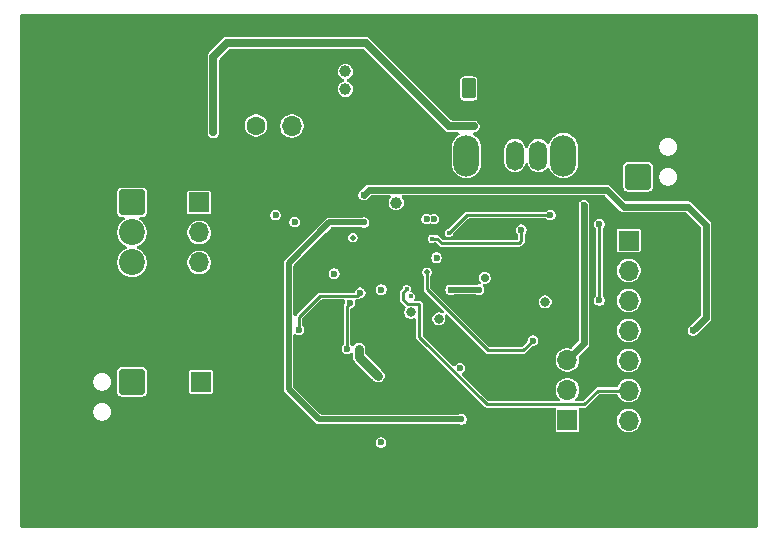
<source format=gbr>
%TF.GenerationSoftware,KiCad,Pcbnew,9.0.0-rc3*%
%TF.CreationDate,2025-02-21T17:02:01-08:00*%
%TF.ProjectId,LTC3556_v2.4,4c544333-3535-4365-9f76-322e342e6b69,rev?*%
%TF.SameCoordinates,Original*%
%TF.FileFunction,Copper,L4,Bot*%
%TF.FilePolarity,Positive*%
%FSLAX46Y46*%
G04 Gerber Fmt 4.6, Leading zero omitted, Abs format (unit mm)*
G04 Created by KiCad (PCBNEW 9.0.0-rc3) date 2025-02-21 17:02:01*
%MOMM*%
%LPD*%
G01*
G04 APERTURE LIST*
G04 Aperture macros list*
%AMRoundRect*
0 Rectangle with rounded corners*
0 $1 Rounding radius*
0 $2 $3 $4 $5 $6 $7 $8 $9 X,Y pos of 4 corners*
0 Add a 4 corners polygon primitive as box body*
4,1,4,$2,$3,$4,$5,$6,$7,$8,$9,$2,$3,0*
0 Add four circle primitives for the rounded corners*
1,1,$1+$1,$2,$3*
1,1,$1+$1,$4,$5*
1,1,$1+$1,$6,$7*
1,1,$1+$1,$8,$9*
0 Add four rect primitives between the rounded corners*
20,1,$1+$1,$2,$3,$4,$5,0*
20,1,$1+$1,$4,$5,$6,$7,0*
20,1,$1+$1,$6,$7,$8,$9,0*
20,1,$1+$1,$8,$9,$2,$3,0*%
G04 Aperture macros list end*
%TA.AperFunction,ComponentPad*%
%ADD10RoundRect,0.249999X-0.850001X0.850001X-0.850001X-0.850001X0.850001X-0.850001X0.850001X0.850001X0*%
%TD*%
%TA.AperFunction,ComponentPad*%
%ADD11C,2.200000*%
%TD*%
%TA.AperFunction,ComponentPad*%
%ADD12R,1.700000X1.700000*%
%TD*%
%TA.AperFunction,ComponentPad*%
%ADD13O,1.700000X1.700000*%
%TD*%
%TA.AperFunction,ComponentPad*%
%ADD14C,3.900000*%
%TD*%
%TA.AperFunction,ConnectorPad*%
%ADD15C,7.000000*%
%TD*%
%TA.AperFunction,HeatsinkPad*%
%ADD16O,0.890000X1.550000*%
%TD*%
%TA.AperFunction,HeatsinkPad*%
%ADD17O,1.250000X0.950000*%
%TD*%
%TA.AperFunction,ComponentPad*%
%ADD18C,1.600000*%
%TD*%
%TA.AperFunction,HeatsinkPad*%
%ADD19C,0.500000*%
%TD*%
%TA.AperFunction,HeatsinkPad*%
%ADD20R,2.650000X3.650000*%
%TD*%
%TA.AperFunction,ComponentPad*%
%ADD21O,2.200000X3.500000*%
%TD*%
%TA.AperFunction,ComponentPad*%
%ADD22R,1.500000X2.500000*%
%TD*%
%TA.AperFunction,ComponentPad*%
%ADD23O,1.500000X2.500000*%
%TD*%
%TA.AperFunction,ComponentPad*%
%ADD24RoundRect,0.249999X0.850001X-0.850001X0.850001X0.850001X-0.850001X0.850001X-0.850001X-0.850001X0*%
%TD*%
%TA.AperFunction,ComponentPad*%
%ADD25RoundRect,0.250000X0.350000X0.625000X-0.350000X0.625000X-0.350000X-0.625000X0.350000X-0.625000X0*%
%TD*%
%TA.AperFunction,ComponentPad*%
%ADD26O,1.200000X1.750000*%
%TD*%
%TA.AperFunction,ViaPad*%
%ADD27C,0.600000*%
%TD*%
%TA.AperFunction,ViaPad*%
%ADD28C,0.500000*%
%TD*%
%TA.AperFunction,ViaPad*%
%ADD29C,1.000000*%
%TD*%
%TA.AperFunction,ViaPad*%
%ADD30C,0.400000*%
%TD*%
%TA.AperFunction,ViaPad*%
%ADD31C,0.800000*%
%TD*%
%TA.AperFunction,ViaPad*%
%ADD32C,0.700000*%
%TD*%
%TA.AperFunction,Conductor*%
%ADD33C,0.250000*%
%TD*%
%TA.AperFunction,Conductor*%
%ADD34C,0.500000*%
%TD*%
%TA.AperFunction,Conductor*%
%ADD35C,0.600000*%
%TD*%
%TA.AperFunction,Conductor*%
%ADD36C,0.700000*%
%TD*%
%TA.AperFunction,Conductor*%
%ADD37C,0.750000*%
%TD*%
G04 APERTURE END LIST*
D10*
%TO.P,J18,1,Pin_1*%
%TO.N,/3V3*%
X119080000Y-111020000D03*
D11*
%TO.P,J18,2,Pin_2*%
%TO.N,GND*%
X119080000Y-113560000D03*
%TD*%
D12*
%TO.P,J19,1,Pin_1*%
%TO.N,GND*%
X132620000Y-86825000D03*
D13*
%TO.P,J19,2,Pin_2*%
%TO.N,Net-(J19-Pin_2)*%
X132620000Y-89365000D03*
%TD*%
D14*
%TO.P,H4,1,1*%
%TO.N,GND*%
X168580000Y-119540000D03*
D15*
X168580000Y-119540000D03*
%TD*%
D14*
%TO.P,H1,1,1*%
%TO.N,GND*%
X113320000Y-83647500D03*
D15*
X113320000Y-83647500D03*
%TD*%
D12*
%TO.P,J23,1,Pin_1*%
%TO.N,/N2V5*%
X124755000Y-95830000D03*
D13*
%TO.P,J23,2,Pin_2*%
%TO.N,/P2V5*%
X124755000Y-98370000D03*
%TO.P,J23,3,Pin_3*%
%TO.N,/3V3*%
X124755000Y-100910000D03*
%TO.P,J23,4,Pin_4*%
%TO.N,GND*%
X124755000Y-103450000D03*
%TD*%
D12*
%TO.P,J24,1,Pin_1*%
%TO.N,/3V3*%
X124905000Y-111020000D03*
D13*
%TO.P,J24,2,Pin_2*%
%TO.N,GND*%
X124905000Y-113560000D03*
%TD*%
D12*
%TO.P,J13,1,Pin_1*%
%TO.N,/DVCC*%
X155940000Y-114255000D03*
D13*
%TO.P,J13,2,Pin_2*%
%TO.N,Net-(J13-Pin_2)*%
X155940000Y-111715000D03*
%TO.P,J13,3,Pin_3*%
%TO.N,Net-(J13-Pin_3)*%
X155940000Y-109175000D03*
%TD*%
D16*
%TO.P,J1,6,Shield*%
%TO.N,GND*%
X139350000Y-80894400D03*
D17*
X138350000Y-83594400D03*
X133350000Y-83594400D03*
D16*
X132350000Y-80894400D03*
%TD*%
D18*
%TO.P,TH1,1*%
%TO.N,GND*%
X129590000Y-86825000D03*
%TO.P,TH1,2*%
%TO.N,Net-(J19-Pin_2)*%
X129590000Y-89325000D03*
%TD*%
D14*
%TO.P,H2,1,1*%
%TO.N,GND*%
X168580000Y-83720000D03*
D15*
X168580000Y-83720000D03*
%TD*%
D19*
%TO.P,U1,29,EPAD*%
%TO.N,GND*%
X140115000Y-98345000D03*
X140115000Y-99395000D03*
X140115000Y-100445000D03*
X140115000Y-101495000D03*
X141190000Y-98345000D03*
X141190000Y-99395000D03*
D20*
X141190000Y-99920000D03*
D19*
X141190000Y-100445000D03*
X141190000Y-101495000D03*
X142265000Y-98345000D03*
X142265000Y-99395000D03*
X142265000Y-100445000D03*
X142265000Y-101495000D03*
%TD*%
D12*
%TO.P,J14,1,Pin_1*%
%TO.N,GND*%
X124905000Y-118760000D03*
%TD*%
D21*
%TO.P,SW1,*%
%TO.N,*%
X147390000Y-91867500D03*
X155590000Y-91867500D03*
D22*
%TO.P,SW1,1,A*%
%TO.N,GND*%
X149490000Y-91867500D03*
D23*
%TO.P,SW1,2,B*%
%TO.N,/VOUT0*%
X151490000Y-91867500D03*
%TO.P,SW1,3,C*%
%TO.N,Net-(J13-Pin_3)*%
X153490000Y-91867500D03*
%TD*%
D24*
%TO.P,J21,1,Pin_1*%
%TO.N,/VOUT0*%
X161925000Y-93662500D03*
D11*
%TO.P,J21,2,Pin_2*%
%TO.N,GND*%
X161925000Y-91122500D03*
%TD*%
D12*
%TO.P,J22,1,Pin_1*%
%TO.N,/3V56*%
X161130000Y-99070000D03*
D13*
%TO.P,J22,2,Pin_2*%
%TO.N,/PGOOD*%
X161130000Y-101610000D03*
%TO.P,J22,3,Pin_3*%
%TO.N,/CHRG*%
X161130000Y-104150000D03*
%TO.P,J22,4,Pin_4*%
%TO.N,/ENALL*%
X161130000Y-106690000D03*
%TO.P,J22,5,Pin_5*%
%TO.N,/SDA*%
X161130000Y-109230000D03*
%TO.P,J22,6,Pin_6*%
%TO.N,/SCL*%
X161130000Y-111770000D03*
%TO.P,J22,7,Pin_7*%
%TO.N,/DVCC*%
X161130000Y-114310000D03*
%TD*%
D10*
%TO.P,J20,1,Pin_1*%
%TO.N,/N2V5*%
X119080000Y-95830000D03*
D11*
%TO.P,J20,2,Pin_2*%
%TO.N,/P2V5*%
X119080000Y-98370000D03*
%TO.P,J20,3,Pin_3*%
%TO.N,/3V3*%
X119080000Y-100910000D03*
%TO.P,J20,4,Pin_4*%
%TO.N,GND*%
X119080000Y-103450000D03*
%TD*%
D25*
%TO.P,J12,1,Pin_1*%
%TO.N,VBAT*%
X147577500Y-86190000D03*
D26*
%TO.P,J12,2,Pin_2*%
%TO.N,GND*%
X145577500Y-86190000D03*
%TD*%
D14*
%TO.P,H3,1,1*%
%TO.N,GND*%
X113407500Y-119505000D03*
D15*
X113407500Y-119505000D03*
%TD*%
D27*
%TO.N,GND*%
X141270000Y-105300000D03*
X146362500Y-106992500D03*
X140230000Y-105300000D03*
D28*
X136080000Y-96460000D03*
D27*
X138360000Y-104430000D03*
D29*
%TO.N,Net-(J1-VBUS)*%
X137150000Y-84747500D03*
X141450300Y-95847100D03*
X137150000Y-86245000D03*
D27*
X132842000Y-97500000D03*
%TO.N,Net-(U1-FB3)*%
X137530000Y-104350000D03*
X137270000Y-108220000D03*
%TO.N,Net-(U1-VC3)*%
X133180000Y-106610000D03*
X138397499Y-103486002D03*
%TO.N,Net-(U1-FB2)*%
X146057500Y-103222500D03*
X148447500Y-103222500D03*
%TO.N,VBAT*%
X144027500Y-97237500D03*
X144652500Y-97237500D03*
%TO.N,Net-(U1-PROG)*%
X152047500Y-98152500D03*
D30*
X144477500Y-98912500D03*
D27*
%TO.N,Net-(J13-Pin_3)*%
X157353000Y-96062500D03*
%TO.N,Net-(J13-Pin_2)*%
X138726000Y-97536000D03*
X146962500Y-114200000D03*
D28*
%TO.N,Net-(J19-Pin_2)*%
X137770000Y-98820000D03*
D27*
X131230000Y-96910000D03*
%TO.N,/VOUT0*%
X148005000Y-89408000D03*
X125970000Y-89877500D03*
X146862837Y-109857163D03*
D31*
X142670000Y-105140000D03*
D27*
%TO.N,/DVCC*%
X140182389Y-103213652D03*
X140167500Y-116162500D03*
D30*
%TO.N,/3V56*%
X142680000Y-103800000D03*
D31*
X139924989Y-110524989D03*
D27*
X138290000Y-108260000D03*
D31*
X145060000Y-105690000D03*
D27*
X136200000Y-101860000D03*
X144860000Y-100507500D03*
D31*
%TO.N,/3V3*%
X154045000Y-104242500D03*
D32*
X148960000Y-102222500D03*
D27*
%TO.N,/CHRG*%
X154500000Y-96890000D03*
X158650000Y-97690000D03*
D30*
X145900000Y-98440000D03*
D27*
X158640000Y-104140000D03*
D28*
%TO.N,/SDA*%
X144050000Y-101750000D03*
D27*
X153025000Y-107530000D03*
%TO.N,/ENALL*%
X166595000Y-106680000D03*
X138684000Y-95200220D03*
D30*
%TO.N,/SCL*%
X142336195Y-103153313D03*
%TD*%
D33*
%TO.N,Net-(U1-FB3)*%
X137270000Y-108220000D02*
X137270000Y-104610000D01*
X137270000Y-104610000D02*
X137530000Y-104350000D01*
%TO.N,Net-(U1-VC3)*%
X133180000Y-105570000D02*
X133180000Y-106610000D01*
X138123501Y-103760000D02*
X134990000Y-103760000D01*
X134990000Y-103760000D02*
X133180000Y-105570000D01*
X138397499Y-103486002D02*
X138123501Y-103760000D01*
D34*
%TO.N,Net-(U1-FB2)*%
X146057500Y-103222500D02*
X148447500Y-103222500D01*
D33*
%TO.N,Net-(U1-PROG)*%
X144897500Y-98912500D02*
X144477500Y-98912500D01*
X152047500Y-98152500D02*
X152047500Y-99092500D01*
X145282500Y-99297500D02*
X144897500Y-98912500D01*
X151832500Y-99297500D02*
X145282500Y-99297500D01*
X151837500Y-99302500D02*
X151832500Y-99297500D01*
X152047500Y-99092500D02*
X151837500Y-99302500D01*
D35*
%TO.N,Net-(J13-Pin_3)*%
X157353000Y-96062500D02*
X157353000Y-107762000D01*
X157353000Y-107762000D02*
X155940000Y-109175000D01*
D34*
%TO.N,Net-(J13-Pin_2)*%
X135763000Y-97536000D02*
X132334000Y-100965000D01*
X138726000Y-97536000D02*
X135763000Y-97536000D01*
X132334000Y-100965000D02*
X132334000Y-111636500D01*
X134897500Y-114200000D02*
X146962500Y-114200000D01*
X132334000Y-111636500D02*
X134897500Y-114200000D01*
D36*
%TO.N,/VOUT0*%
X138870000Y-82332500D02*
X127120000Y-82332500D01*
X125970000Y-83482500D02*
X125970000Y-89877500D01*
X127120000Y-82332500D02*
X125970000Y-83482500D01*
X148005000Y-89408000D02*
X145945500Y-89408000D01*
X145945500Y-89408000D02*
X138870000Y-82332500D01*
D37*
%TO.N,/3V56*%
X138290000Y-108890000D02*
X138290000Y-108260000D01*
X139924989Y-110524989D02*
X138290000Y-108890000D01*
D33*
%TO.N,/CHRG*%
X158650000Y-104130000D02*
X158640000Y-104140000D01*
X145900000Y-98440000D02*
X147450000Y-96890000D01*
X147450000Y-96890000D02*
X154500000Y-96890000D01*
X158650000Y-97690000D02*
X158650000Y-104130000D01*
%TO.N,/SDA*%
X152190000Y-108365000D02*
X149197500Y-108365000D01*
X153025000Y-107530000D02*
X152190000Y-108365000D01*
X149197500Y-108365000D02*
X144040000Y-103207500D01*
X144040000Y-103207500D02*
X144040000Y-101840000D01*
D35*
%TO.N,/ENALL*%
X139114220Y-94770000D02*
X138684000Y-95200220D01*
X159275000Y-94770000D02*
X139114220Y-94770000D01*
X166142500Y-96195000D02*
X160700000Y-96195000D01*
X166595000Y-106680000D02*
X167665000Y-105610000D01*
X160700000Y-96195000D02*
X159275000Y-94770000D01*
X167665000Y-105610000D02*
X167665000Y-97717500D01*
X167665000Y-97717500D02*
X166142500Y-96195000D01*
D33*
%TO.N,/SCL*%
X158540000Y-111770000D02*
X161130000Y-111770000D01*
X149120000Y-112927500D02*
X157382500Y-112927500D01*
X142030000Y-103459508D02*
X142030000Y-104069239D01*
X142336195Y-103153313D02*
X142030000Y-103459508D01*
X143400000Y-104457118D02*
X143400000Y-107207500D01*
X143400000Y-107207500D02*
X149120000Y-112927500D01*
X142417879Y-104457118D02*
X143400000Y-104457118D01*
X157382500Y-112927500D02*
X158540000Y-111770000D01*
X142030000Y-104069239D02*
X142417879Y-104457118D01*
%TD*%
%TA.AperFunction,Conductor*%
%TO.N,GND*%
G36*
X172037539Y-79940185D02*
G01*
X172083294Y-79992989D01*
X172094500Y-80044500D01*
X172094500Y-123245500D01*
X172074815Y-123312539D01*
X172022011Y-123358294D01*
X171970500Y-123369500D01*
X109719500Y-123369500D01*
X109652461Y-123349815D01*
X109606706Y-123297011D01*
X109595500Y-123245500D01*
X109595500Y-116103191D01*
X139717000Y-116103191D01*
X139717000Y-116221809D01*
X139747701Y-116336386D01*
X139807011Y-116439113D01*
X139890887Y-116522989D01*
X139993614Y-116582299D01*
X140108191Y-116613000D01*
X140108194Y-116613000D01*
X140226806Y-116613000D01*
X140226809Y-116613000D01*
X140341386Y-116582299D01*
X140444113Y-116522989D01*
X140527989Y-116439113D01*
X140587299Y-116336386D01*
X140618000Y-116221809D01*
X140618000Y-116103191D01*
X140587299Y-115988614D01*
X140527989Y-115885887D01*
X140444113Y-115802011D01*
X140341386Y-115742701D01*
X140226809Y-115712000D01*
X140108191Y-115712000D01*
X139993614Y-115742701D01*
X139993612Y-115742701D01*
X139993612Y-115742702D01*
X139890887Y-115802011D01*
X139890884Y-115802013D01*
X139807013Y-115885884D01*
X139807011Y-115885887D01*
X139747701Y-115988614D01*
X139717000Y-116103191D01*
X109595500Y-116103191D01*
X109595500Y-113633920D01*
X115789499Y-113633920D01*
X115818340Y-113778907D01*
X115818343Y-113778917D01*
X115874912Y-113915488D01*
X115874919Y-113915501D01*
X115957048Y-114038415D01*
X115957051Y-114038419D01*
X116061580Y-114142948D01*
X116061584Y-114142951D01*
X116184498Y-114225080D01*
X116184511Y-114225087D01*
X116321082Y-114281656D01*
X116321087Y-114281658D01*
X116321091Y-114281658D01*
X116321092Y-114281659D01*
X116466079Y-114310500D01*
X116466082Y-114310500D01*
X116613920Y-114310500D01*
X116711462Y-114291096D01*
X116758913Y-114281658D01*
X116895495Y-114225084D01*
X117018416Y-114142951D01*
X117122951Y-114038416D01*
X117205084Y-113915495D01*
X117261658Y-113778913D01*
X117271096Y-113731462D01*
X117290500Y-113633920D01*
X117290500Y-113486079D01*
X117261659Y-113341092D01*
X117261658Y-113341091D01*
X117261658Y-113341087D01*
X117237018Y-113281600D01*
X117205087Y-113204511D01*
X117205080Y-113204498D01*
X117122951Y-113081584D01*
X117122948Y-113081580D01*
X117018419Y-112977051D01*
X117018415Y-112977048D01*
X116895501Y-112894919D01*
X116895488Y-112894912D01*
X116758917Y-112838343D01*
X116758907Y-112838340D01*
X116613920Y-112809500D01*
X116613918Y-112809500D01*
X116466082Y-112809500D01*
X116466080Y-112809500D01*
X116321092Y-112838340D01*
X116321082Y-112838343D01*
X116184511Y-112894912D01*
X116184498Y-112894919D01*
X116061584Y-112977048D01*
X116061580Y-112977051D01*
X115957051Y-113081580D01*
X115957048Y-113081584D01*
X115874919Y-113204498D01*
X115874912Y-113204511D01*
X115818343Y-113341082D01*
X115818340Y-113341092D01*
X115789500Y-113486079D01*
X115789500Y-113486082D01*
X115789500Y-113633918D01*
X115789500Y-113633920D01*
X115789499Y-113633920D01*
X109595500Y-113633920D01*
X109595500Y-111093920D01*
X115789499Y-111093920D01*
X115818340Y-111238907D01*
X115818343Y-111238917D01*
X115874912Y-111375488D01*
X115874919Y-111375501D01*
X115957048Y-111498415D01*
X115957051Y-111498419D01*
X116061580Y-111602948D01*
X116061584Y-111602951D01*
X116184498Y-111685080D01*
X116184511Y-111685087D01*
X116321082Y-111741656D01*
X116321087Y-111741658D01*
X116321091Y-111741658D01*
X116321092Y-111741659D01*
X116466079Y-111770500D01*
X116466082Y-111770500D01*
X116613920Y-111770500D01*
X116711462Y-111751096D01*
X116758913Y-111741658D01*
X116895495Y-111685084D01*
X117018416Y-111602951D01*
X117122951Y-111498416D01*
X117205084Y-111375495D01*
X117261658Y-111238913D01*
X117271096Y-111191462D01*
X117290500Y-111093920D01*
X117290500Y-110946079D01*
X117261659Y-110801092D01*
X117261658Y-110801091D01*
X117261658Y-110801087D01*
X117225793Y-110714500D01*
X117205087Y-110664511D01*
X117205080Y-110664498D01*
X117122951Y-110541584D01*
X117122948Y-110541580D01*
X117018419Y-110437051D01*
X117018415Y-110437048D01*
X116895501Y-110354919D01*
X116895488Y-110354912D01*
X116758917Y-110298343D01*
X116758907Y-110298340D01*
X116613920Y-110269500D01*
X116613918Y-110269500D01*
X116466082Y-110269500D01*
X116466080Y-110269500D01*
X116321092Y-110298340D01*
X116321082Y-110298343D01*
X116184511Y-110354912D01*
X116184498Y-110354919D01*
X116061584Y-110437048D01*
X116061580Y-110437051D01*
X115957051Y-110541580D01*
X115957048Y-110541584D01*
X115874919Y-110664498D01*
X115874912Y-110664511D01*
X115818343Y-110801082D01*
X115818340Y-110801092D01*
X115789500Y-110946079D01*
X115789500Y-110946082D01*
X115789500Y-111093918D01*
X115789500Y-111093920D01*
X115789499Y-111093920D01*
X109595500Y-111093920D01*
X109595500Y-110138474D01*
X117829500Y-110138474D01*
X117829500Y-111901525D01*
X117844352Y-111995302D01*
X117862805Y-112031518D01*
X117901950Y-112108343D01*
X117901952Y-112108345D01*
X117901954Y-112108348D01*
X117991651Y-112198045D01*
X117991653Y-112198046D01*
X117991657Y-112198050D01*
X118081664Y-112243911D01*
X118104697Y-112255647D01*
X118198475Y-112270500D01*
X118198480Y-112270500D01*
X119961525Y-112270500D01*
X120055302Y-112255647D01*
X120055303Y-112255646D01*
X120055305Y-112255646D01*
X120168343Y-112198050D01*
X120258050Y-112108343D01*
X120315646Y-111995305D01*
X120315646Y-111995303D01*
X120315647Y-111995302D01*
X120330500Y-111901525D01*
X120330500Y-111884822D01*
X123904499Y-111884822D01*
X123913231Y-111928717D01*
X123913232Y-111928721D01*
X123913233Y-111928722D01*
X123946496Y-111978504D01*
X123996278Y-112011767D01*
X123996281Y-112011767D01*
X123996282Y-112011768D01*
X124040177Y-112020500D01*
X124040180Y-112020500D01*
X125769822Y-112020500D01*
X125813717Y-112011768D01*
X125813717Y-112011767D01*
X125813722Y-112011767D01*
X125863504Y-111978504D01*
X125896767Y-111928722D01*
X125905500Y-111884820D01*
X125905500Y-110155180D01*
X125905500Y-110155177D01*
X125896768Y-110111282D01*
X125896767Y-110111281D01*
X125896767Y-110111278D01*
X125863504Y-110061496D01*
X125863503Y-110061495D01*
X125813724Y-110028234D01*
X125813717Y-110028231D01*
X125769822Y-110019500D01*
X125769820Y-110019500D01*
X124040180Y-110019500D01*
X124040178Y-110019500D01*
X123996282Y-110028231D01*
X123996275Y-110028234D01*
X123946496Y-110061495D01*
X123946495Y-110061496D01*
X123913234Y-110111275D01*
X123913231Y-110111282D01*
X123904500Y-110155177D01*
X123904500Y-110155180D01*
X123904500Y-111884820D01*
X123904500Y-111884822D01*
X123904499Y-111884822D01*
X120330500Y-111884822D01*
X120330500Y-110138474D01*
X120315647Y-110044697D01*
X120308693Y-110031049D01*
X120258050Y-109931657D01*
X120258046Y-109931653D01*
X120258045Y-109931651D01*
X120168348Y-109841954D01*
X120168345Y-109841952D01*
X120168343Y-109841950D01*
X120081800Y-109797854D01*
X120055302Y-109784352D01*
X119961525Y-109769500D01*
X119961520Y-109769500D01*
X118198480Y-109769500D01*
X118198475Y-109769500D01*
X118104697Y-109784352D01*
X118048904Y-109812781D01*
X117991657Y-109841950D01*
X117991656Y-109841951D01*
X117991651Y-109841954D01*
X117901954Y-109931651D01*
X117901951Y-109931656D01*
X117901950Y-109931657D01*
X117891514Y-109952139D01*
X117844352Y-110044697D01*
X117829500Y-110138474D01*
X109595500Y-110138474D01*
X109595500Y-94948474D01*
X117829500Y-94948474D01*
X117829500Y-96711525D01*
X117844352Y-96805302D01*
X117857289Y-96830691D01*
X117901950Y-96918343D01*
X117901952Y-96918345D01*
X117901954Y-96918348D01*
X117991651Y-97008045D01*
X117991653Y-97008046D01*
X117991657Y-97008050D01*
X118100703Y-97063612D01*
X118104697Y-97065647D01*
X118198475Y-97080500D01*
X118345733Y-97080500D01*
X118412772Y-97100185D01*
X118458527Y-97152989D01*
X118468471Y-97222147D01*
X118439446Y-97285703D01*
X118418619Y-97304817D01*
X118265354Y-97416172D01*
X118265352Y-97416174D01*
X118265351Y-97416174D01*
X118126174Y-97555351D01*
X118126174Y-97555352D01*
X118126172Y-97555354D01*
X118095196Y-97597989D01*
X118010476Y-97714594D01*
X117921117Y-97889970D01*
X117860290Y-98077173D01*
X117829500Y-98271577D01*
X117829500Y-98468422D01*
X117860290Y-98662826D01*
X117921117Y-98850029D01*
X117984583Y-98974587D01*
X118010476Y-99025405D01*
X118126172Y-99184646D01*
X118265354Y-99323828D01*
X118424595Y-99439524D01*
X118547992Y-99502397D01*
X118601213Y-99529515D01*
X118652009Y-99577489D01*
X118668804Y-99645310D01*
X118646267Y-99711445D01*
X118601213Y-99750485D01*
X118424594Y-99840476D01*
X118333741Y-99906485D01*
X118265354Y-99956172D01*
X118265352Y-99956174D01*
X118265351Y-99956174D01*
X118126174Y-100095351D01*
X118126174Y-100095352D01*
X118126172Y-100095354D01*
X118098920Y-100132863D01*
X118010476Y-100254594D01*
X117921117Y-100429970D01*
X117860290Y-100617173D01*
X117829500Y-100811577D01*
X117829500Y-101008422D01*
X117860290Y-101202826D01*
X117921117Y-101390029D01*
X117982989Y-101511459D01*
X118010476Y-101565405D01*
X118126172Y-101724646D01*
X118265354Y-101863828D01*
X118424595Y-101979524D01*
X118493385Y-102014574D01*
X118599970Y-102068882D01*
X118599972Y-102068882D01*
X118599975Y-102068884D01*
X118646251Y-102083920D01*
X118787173Y-102129709D01*
X118981578Y-102160500D01*
X118981583Y-102160500D01*
X119178422Y-102160500D01*
X119372826Y-102129709D01*
X119560025Y-102068884D01*
X119735405Y-101979524D01*
X119894646Y-101863828D01*
X120033828Y-101724646D01*
X120149524Y-101565405D01*
X120238884Y-101390025D01*
X120299709Y-101202826D01*
X120310279Y-101136092D01*
X120330481Y-101008543D01*
X123754499Y-101008543D01*
X123792947Y-101201829D01*
X123792950Y-101201839D01*
X123868364Y-101383907D01*
X123868371Y-101383920D01*
X123977860Y-101547781D01*
X123977863Y-101547785D01*
X124117214Y-101687136D01*
X124117218Y-101687139D01*
X124281079Y-101796628D01*
X124281092Y-101796635D01*
X124463160Y-101872049D01*
X124463165Y-101872051D01*
X124463169Y-101872051D01*
X124463170Y-101872052D01*
X124656456Y-101910500D01*
X124656459Y-101910500D01*
X124853543Y-101910500D01*
X124983582Y-101884632D01*
X125046835Y-101872051D01*
X125228914Y-101796632D01*
X125392782Y-101687139D01*
X125532139Y-101547782D01*
X125641632Y-101383914D01*
X125717051Y-101201835D01*
X125755500Y-101008541D01*
X125755500Y-100912273D01*
X131933500Y-100912273D01*
X131933500Y-100919216D01*
X131933500Y-111689226D01*
X131960793Y-111791089D01*
X131987156Y-111836750D01*
X132013520Y-111882413D01*
X134577019Y-114445912D01*
X134577020Y-114445913D01*
X134651587Y-114520480D01*
X134742913Y-114573207D01*
X134844773Y-114600500D01*
X134950227Y-114600500D01*
X146721962Y-114600500D01*
X146783963Y-114617114D01*
X146788609Y-114619796D01*
X146788610Y-114619797D01*
X146788614Y-114619799D01*
X146903191Y-114650500D01*
X146903194Y-114650500D01*
X147021806Y-114650500D01*
X147021809Y-114650500D01*
X147136386Y-114619799D01*
X147239113Y-114560489D01*
X147322989Y-114476613D01*
X147382299Y-114373886D01*
X147413000Y-114259309D01*
X147413000Y-114140691D01*
X147382299Y-114026114D01*
X147322989Y-113923387D01*
X147239113Y-113839511D01*
X147136386Y-113780201D01*
X147021809Y-113749500D01*
X146903191Y-113749500D01*
X146834444Y-113767920D01*
X146788612Y-113780201D01*
X146788609Y-113780203D01*
X146783963Y-113782886D01*
X146721962Y-113799500D01*
X135114755Y-113799500D01*
X135047716Y-113779815D01*
X135027074Y-113763181D01*
X132770819Y-111506926D01*
X132737334Y-111445603D01*
X132734500Y-111419245D01*
X132734500Y-107087756D01*
X132754185Y-107020717D01*
X132806989Y-106974962D01*
X132876147Y-106965018D01*
X132920501Y-106980370D01*
X133006108Y-107029796D01*
X133006109Y-107029797D01*
X133006111Y-107029797D01*
X133006114Y-107029799D01*
X133120691Y-107060500D01*
X133120694Y-107060500D01*
X133239306Y-107060500D01*
X133239309Y-107060500D01*
X133353886Y-107029799D01*
X133456613Y-106970489D01*
X133540489Y-106886613D01*
X133599799Y-106783886D01*
X133630500Y-106669309D01*
X133630500Y-106550691D01*
X133599799Y-106436114D01*
X133540489Y-106333387D01*
X133491819Y-106284717D01*
X133458334Y-106223394D01*
X133455500Y-106197036D01*
X133455500Y-105735477D01*
X133475185Y-105668438D01*
X133491819Y-105647796D01*
X135067797Y-104071819D01*
X135129120Y-104038334D01*
X135155478Y-104035500D01*
X136986279Y-104035500D01*
X137003959Y-104040691D01*
X137022388Y-104040874D01*
X137036789Y-104050331D01*
X137053318Y-104055185D01*
X137065383Y-104069109D01*
X137080790Y-104079227D01*
X137087792Y-104094970D01*
X137099073Y-104107989D01*
X137101695Y-104126228D01*
X137109185Y-104143067D01*
X137107615Y-104167397D01*
X137109017Y-104177147D01*
X137108837Y-104178359D01*
X137107808Y-104185042D01*
X137079500Y-104290691D01*
X137079500Y-104369009D01*
X137078058Y-104378381D01*
X137067092Y-104401777D01*
X137059815Y-104426561D01*
X137049445Y-104439428D01*
X137048406Y-104441647D01*
X137046890Y-104442600D01*
X137043181Y-104447203D01*
X137036445Y-104453938D01*
X137036444Y-104453939D01*
X136994500Y-104555199D01*
X136994500Y-107807036D01*
X136974815Y-107874075D01*
X136958181Y-107894717D01*
X136909513Y-107943384D01*
X136909511Y-107943387D01*
X136854531Y-108038615D01*
X136850201Y-108046114D01*
X136819500Y-108160691D01*
X136819500Y-108279309D01*
X136850201Y-108393886D01*
X136909511Y-108496613D01*
X136993387Y-108580489D01*
X137096114Y-108639799D01*
X137210691Y-108670500D01*
X137210694Y-108670500D01*
X137329306Y-108670500D01*
X137329309Y-108670500D01*
X137443886Y-108639799D01*
X137546613Y-108580489D01*
X137552819Y-108574283D01*
X137572255Y-108563670D01*
X137588989Y-108549170D01*
X137602320Y-108547253D01*
X137614142Y-108540798D01*
X137636228Y-108542377D01*
X137658147Y-108539226D01*
X137670398Y-108544821D01*
X137683834Y-108545782D01*
X137701560Y-108559052D01*
X137721703Y-108568251D01*
X137728985Y-108579582D01*
X137739767Y-108587654D01*
X137747504Y-108608399D01*
X137759477Y-108627029D01*
X137762628Y-108648947D01*
X137764184Y-108653118D01*
X137764500Y-108661964D01*
X137764500Y-108813204D01*
X137764499Y-108813222D01*
X137764499Y-108820817D01*
X137764499Y-108959183D01*
X137792743Y-109064591D01*
X137799417Y-109089498D01*
X137800313Y-109092840D01*
X137869492Y-109212661D01*
X137869496Y-109212666D01*
X137974400Y-109317570D01*
X137974406Y-109317575D01*
X139424640Y-110767809D01*
X139444346Y-110793490D01*
X139484477Y-110863000D01*
X139484479Y-110863003D01*
X139484480Y-110863004D01*
X139586974Y-110965498D01*
X139586975Y-110965499D01*
X139586977Y-110965500D01*
X139712500Y-111037971D01*
X139712501Y-111037971D01*
X139712504Y-111037973D01*
X139852514Y-111075489D01*
X139852517Y-111075489D01*
X139997461Y-111075489D01*
X139997464Y-111075489D01*
X140137474Y-111037973D01*
X140263004Y-110965498D01*
X140365498Y-110863004D01*
X140437973Y-110737474D01*
X140475489Y-110597464D01*
X140475489Y-110452514D01*
X140437973Y-110312504D01*
X140429795Y-110298340D01*
X140365500Y-110186977D01*
X140365495Y-110186971D01*
X140263005Y-110084481D01*
X140263000Y-110084477D01*
X140193490Y-110044346D01*
X140167809Y-110024640D01*
X138851819Y-108708649D01*
X138818334Y-108647326D01*
X138815500Y-108620968D01*
X138815500Y-108190819D01*
X138815500Y-108190817D01*
X138779688Y-108057164D01*
X138713999Y-107943387D01*
X138710507Y-107937338D01*
X138710503Y-107937333D01*
X138612666Y-107839496D01*
X138612661Y-107839492D01*
X138492838Y-107770313D01*
X138492837Y-107770312D01*
X138492836Y-107770312D01*
X138359183Y-107734500D01*
X138220817Y-107734500D01*
X138087164Y-107770312D01*
X138087161Y-107770313D01*
X137967338Y-107839492D01*
X137967333Y-107839496D01*
X137869496Y-107937333D01*
X137869492Y-107937338D01*
X137855630Y-107961348D01*
X137805062Y-108009563D01*
X137736455Y-108022784D01*
X137671590Y-107996815D01*
X137653905Y-107979821D01*
X137646538Y-107971185D01*
X137630489Y-107943387D01*
X137578341Y-107891239D01*
X137575161Y-107887511D01*
X137562816Y-107859916D01*
X137548334Y-107833394D01*
X137547505Y-107825692D01*
X137546629Y-107823732D01*
X137547018Y-107821162D01*
X137545500Y-107807036D01*
X137545500Y-104907386D01*
X137565185Y-104840347D01*
X137617989Y-104794592D01*
X137637394Y-104787615D01*
X137703886Y-104769799D01*
X137806613Y-104710489D01*
X137890489Y-104626613D01*
X137949799Y-104523886D01*
X137980500Y-104409309D01*
X137980500Y-104290691D01*
X137953946Y-104191590D01*
X137955609Y-104121744D01*
X137994771Y-104063881D01*
X138058999Y-104036377D01*
X138073721Y-104035500D01*
X138178300Y-104035500D01*
X138178301Y-104035500D01*
X138279559Y-103993557D01*
X138300295Y-103972821D01*
X138361618Y-103939336D01*
X138387976Y-103936502D01*
X138456805Y-103936502D01*
X138456808Y-103936502D01*
X138571385Y-103905801D01*
X138674112Y-103846491D01*
X138757988Y-103762615D01*
X138817298Y-103659888D01*
X138847999Y-103545311D01*
X138847999Y-103426693D01*
X138817298Y-103312116D01*
X138757988Y-103209389D01*
X138702942Y-103154343D01*
X139731889Y-103154343D01*
X139731889Y-103272961D01*
X139762590Y-103387538D01*
X139821900Y-103490265D01*
X139905776Y-103574141D01*
X140008503Y-103633451D01*
X140123080Y-103664152D01*
X140123083Y-103664152D01*
X140241695Y-103664152D01*
X140241698Y-103664152D01*
X140356275Y-103633451D01*
X140459002Y-103574141D01*
X140542878Y-103490265D01*
X140592275Y-103404707D01*
X141754500Y-103404707D01*
X141754500Y-104124041D01*
X141793832Y-104218994D01*
X141793830Y-104218994D01*
X141793834Y-104218999D01*
X141796442Y-104225297D01*
X142214961Y-104643816D01*
X142248446Y-104705139D01*
X142243462Y-104774831D01*
X142232622Y-104794409D01*
X142233555Y-104794948D01*
X142229493Y-104801982D01*
X142229491Y-104801985D01*
X142157016Y-104927515D01*
X142119500Y-105067525D01*
X142119500Y-105212475D01*
X142152430Y-105335369D01*
X142157017Y-105352488D01*
X142229488Y-105478011D01*
X142229490Y-105478013D01*
X142229491Y-105478015D01*
X142331985Y-105580509D01*
X142331986Y-105580510D01*
X142331988Y-105580511D01*
X142457511Y-105652982D01*
X142457512Y-105652982D01*
X142457515Y-105652984D01*
X142597525Y-105690500D01*
X142597528Y-105690500D01*
X142742472Y-105690500D01*
X142742475Y-105690500D01*
X142882485Y-105652984D01*
X142938500Y-105620643D01*
X143006398Y-105604170D01*
X143072425Y-105627021D01*
X143115617Y-105681942D01*
X143124500Y-105728030D01*
X143124500Y-107262300D01*
X143146242Y-107314788D01*
X143156342Y-107339173D01*
X143166442Y-107363557D01*
X148963942Y-113161058D01*
X148963944Y-113161060D01*
X149042257Y-113193497D01*
X149065200Y-113203000D01*
X149065202Y-113203000D01*
X154825638Y-113203000D01*
X154892677Y-113222685D01*
X154938432Y-113275489D01*
X154948376Y-113344647D01*
X154947255Y-113351192D01*
X154939500Y-113390177D01*
X154939500Y-113390180D01*
X154939500Y-115119820D01*
X154939500Y-115119822D01*
X154939499Y-115119822D01*
X154948231Y-115163717D01*
X154948234Y-115163724D01*
X154981495Y-115213503D01*
X154981496Y-115213504D01*
X155031278Y-115246767D01*
X155031281Y-115246767D01*
X155031282Y-115246768D01*
X155075177Y-115255500D01*
X155075180Y-115255500D01*
X156804822Y-115255500D01*
X156848717Y-115246768D01*
X156848717Y-115246767D01*
X156848722Y-115246767D01*
X156898504Y-115213504D01*
X156931767Y-115163722D01*
X156940500Y-115119820D01*
X156940500Y-114408543D01*
X160129499Y-114408543D01*
X160167947Y-114601829D01*
X160167950Y-114601839D01*
X160243364Y-114783907D01*
X160243371Y-114783920D01*
X160352860Y-114947781D01*
X160352863Y-114947785D01*
X160492214Y-115087136D01*
X160492218Y-115087139D01*
X160656079Y-115196628D01*
X160656092Y-115196635D01*
X160798207Y-115255500D01*
X160838165Y-115272051D01*
X160838169Y-115272051D01*
X160838170Y-115272052D01*
X161031456Y-115310500D01*
X161031459Y-115310500D01*
X161228543Y-115310500D01*
X161358582Y-115284632D01*
X161421835Y-115272051D01*
X161603914Y-115196632D01*
X161767782Y-115087139D01*
X161907139Y-114947782D01*
X162016632Y-114783914D01*
X162092051Y-114601835D01*
X162116959Y-114476615D01*
X162130500Y-114408543D01*
X162130500Y-114211456D01*
X162092052Y-114018170D01*
X162092051Y-114018169D01*
X162092051Y-114018165D01*
X162049521Y-113915488D01*
X162016635Y-113836092D01*
X162016628Y-113836079D01*
X161907139Y-113672218D01*
X161907136Y-113672214D01*
X161767785Y-113532863D01*
X161767781Y-113532860D01*
X161603920Y-113423371D01*
X161603907Y-113423364D01*
X161421839Y-113347950D01*
X161421829Y-113347947D01*
X161228543Y-113309500D01*
X161228541Y-113309500D01*
X161031459Y-113309500D01*
X161031457Y-113309500D01*
X160838170Y-113347947D01*
X160838160Y-113347950D01*
X160656092Y-113423364D01*
X160656079Y-113423371D01*
X160492218Y-113532860D01*
X160492214Y-113532863D01*
X160352863Y-113672214D01*
X160352860Y-113672218D01*
X160243371Y-113836079D01*
X160243364Y-113836092D01*
X160167950Y-114018160D01*
X160167947Y-114018170D01*
X160129500Y-114211456D01*
X160129500Y-114211459D01*
X160129500Y-114408541D01*
X160129500Y-114408543D01*
X160129499Y-114408543D01*
X156940500Y-114408543D01*
X156940500Y-113390180D01*
X156940500Y-113390177D01*
X156932745Y-113351192D01*
X156938972Y-113281600D01*
X156981835Y-113226423D01*
X157047724Y-113203178D01*
X157054362Y-113203000D01*
X157437299Y-113203000D01*
X157437300Y-113203000D01*
X157538558Y-113161057D01*
X157616057Y-113083558D01*
X157616056Y-113083558D01*
X157674625Y-113024989D01*
X158617797Y-112081819D01*
X158679120Y-112048334D01*
X158705478Y-112045500D01*
X160078328Y-112045500D01*
X160145367Y-112065185D01*
X160191122Y-112117989D01*
X160192889Y-112122047D01*
X160243366Y-112243911D01*
X160243371Y-112243920D01*
X160352860Y-112407781D01*
X160352863Y-112407785D01*
X160492214Y-112547136D01*
X160492218Y-112547139D01*
X160656079Y-112656628D01*
X160656092Y-112656635D01*
X160838160Y-112732049D01*
X160838165Y-112732051D01*
X160838169Y-112732051D01*
X160838170Y-112732052D01*
X161031456Y-112770500D01*
X161031459Y-112770500D01*
X161228543Y-112770500D01*
X161358582Y-112744632D01*
X161421835Y-112732051D01*
X161603914Y-112656632D01*
X161767782Y-112547139D01*
X161907139Y-112407782D01*
X162016632Y-112243914D01*
X162092051Y-112061835D01*
X162123940Y-111901520D01*
X162130500Y-111868543D01*
X162130500Y-111671456D01*
X162092052Y-111478170D01*
X162092051Y-111478169D01*
X162092051Y-111478165D01*
X162088920Y-111470607D01*
X162016635Y-111296092D01*
X162016628Y-111296079D01*
X161907139Y-111132218D01*
X161907136Y-111132214D01*
X161767785Y-110992863D01*
X161767781Y-110992860D01*
X161603920Y-110883371D01*
X161603907Y-110883364D01*
X161421839Y-110807950D01*
X161421829Y-110807947D01*
X161228543Y-110769500D01*
X161228541Y-110769500D01*
X161031459Y-110769500D01*
X161031457Y-110769500D01*
X160838170Y-110807947D01*
X160838160Y-110807950D01*
X160656092Y-110883364D01*
X160656079Y-110883371D01*
X160492218Y-110992860D01*
X160492214Y-110992863D01*
X160352863Y-111132214D01*
X160352860Y-111132218D01*
X160243371Y-111296079D01*
X160243366Y-111296088D01*
X160192889Y-111417953D01*
X160149048Y-111472356D01*
X160082754Y-111494421D01*
X160078328Y-111494500D01*
X158485198Y-111494500D01*
X158413599Y-111524158D01*
X158383939Y-111536443D01*
X157304704Y-112615681D01*
X157243381Y-112649166D01*
X157217023Y-112652000D01*
X156717284Y-112652000D01*
X156650245Y-112632315D01*
X156604490Y-112579511D01*
X156594546Y-112510353D01*
X156623571Y-112446797D01*
X156629603Y-112440319D01*
X156717136Y-112352785D01*
X156717139Y-112352782D01*
X156826632Y-112188914D01*
X156902051Y-112006835D01*
X156926800Y-111882415D01*
X156940500Y-111813543D01*
X156940500Y-111616456D01*
X156902052Y-111423170D01*
X156902051Y-111423169D01*
X156902051Y-111423165D01*
X156849416Y-111296092D01*
X156826635Y-111241092D01*
X156826628Y-111241079D01*
X156717139Y-111077218D01*
X156717136Y-111077214D01*
X156577785Y-110937863D01*
X156577781Y-110937860D01*
X156413920Y-110828371D01*
X156413907Y-110828364D01*
X156231839Y-110752950D01*
X156231829Y-110752947D01*
X156038543Y-110714500D01*
X156038541Y-110714500D01*
X155841459Y-110714500D01*
X155841457Y-110714500D01*
X155648170Y-110752947D01*
X155648160Y-110752950D01*
X155466092Y-110828364D01*
X155466079Y-110828371D01*
X155302218Y-110937860D01*
X155302214Y-110937863D01*
X155162863Y-111077214D01*
X155162860Y-111077218D01*
X155053371Y-111241079D01*
X155053364Y-111241092D01*
X154977950Y-111423160D01*
X154977947Y-111423170D01*
X154939500Y-111616456D01*
X154939500Y-111616459D01*
X154939500Y-111813541D01*
X154939500Y-111813543D01*
X154939499Y-111813543D01*
X154977947Y-112006829D01*
X154977950Y-112006839D01*
X155053364Y-112188907D01*
X155053371Y-112188920D01*
X155162860Y-112352781D01*
X155162863Y-112352785D01*
X155250397Y-112440319D01*
X155283882Y-112501642D01*
X155278898Y-112571334D01*
X155237026Y-112627267D01*
X155171562Y-112651684D01*
X155162716Y-112652000D01*
X149285478Y-112652000D01*
X149218439Y-112632315D01*
X149197797Y-112615681D01*
X147038369Y-110456253D01*
X147004884Y-110394930D01*
X147009868Y-110325238D01*
X147051740Y-110269305D01*
X147064049Y-110261185D01*
X147139450Y-110217652D01*
X147223326Y-110133776D01*
X147282636Y-110031049D01*
X147313337Y-109916472D01*
X147313337Y-109797854D01*
X147282636Y-109683277D01*
X147223326Y-109580550D01*
X147139450Y-109496674D01*
X147036723Y-109437364D01*
X146922146Y-109406663D01*
X146803528Y-109406663D01*
X146688951Y-109437364D01*
X146688949Y-109437364D01*
X146688949Y-109437365D01*
X146586224Y-109496674D01*
X146586221Y-109496676D01*
X146502350Y-109580547D01*
X146502345Y-109580553D01*
X146458813Y-109655951D01*
X146408245Y-109704166D01*
X146339637Y-109717387D01*
X146274773Y-109691418D01*
X146263746Y-109681630D01*
X145855659Y-109273543D01*
X154939499Y-109273543D01*
X154977947Y-109466829D01*
X154977950Y-109466839D01*
X155053364Y-109648907D01*
X155053371Y-109648920D01*
X155162860Y-109812781D01*
X155162863Y-109812785D01*
X155302214Y-109952136D01*
X155302218Y-109952139D01*
X155466079Y-110061628D01*
X155466092Y-110061635D01*
X155598876Y-110116635D01*
X155648165Y-110137051D01*
X155648169Y-110137051D01*
X155648170Y-110137052D01*
X155841456Y-110175500D01*
X155841459Y-110175500D01*
X156038543Y-110175500D01*
X156168582Y-110149632D01*
X156231835Y-110137051D01*
X156413914Y-110061632D01*
X156577782Y-109952139D01*
X156717139Y-109812782D01*
X156826632Y-109648914D01*
X156902051Y-109466835D01*
X156914632Y-109403582D01*
X156929559Y-109328543D01*
X160129499Y-109328543D01*
X160167947Y-109521829D01*
X160167950Y-109521839D01*
X160243364Y-109703907D01*
X160243371Y-109703920D01*
X160352860Y-109867781D01*
X160352863Y-109867785D01*
X160492214Y-110007136D01*
X160492218Y-110007139D01*
X160656079Y-110116628D01*
X160656092Y-110116635D01*
X160825908Y-110186974D01*
X160838165Y-110192051D01*
X160838169Y-110192051D01*
X160838170Y-110192052D01*
X161031456Y-110230500D01*
X161031459Y-110230500D01*
X161228543Y-110230500D01*
X161358582Y-110204632D01*
X161421835Y-110192051D01*
X161603914Y-110116632D01*
X161767782Y-110007139D01*
X161907139Y-109867782D01*
X162016632Y-109703914D01*
X162092051Y-109521835D01*
X162108854Y-109437364D01*
X162130500Y-109328543D01*
X162130500Y-109131456D01*
X162092052Y-108938170D01*
X162092051Y-108938169D01*
X162092051Y-108938165D01*
X162092049Y-108938160D01*
X162016635Y-108756092D01*
X162016628Y-108756079D01*
X161907139Y-108592218D01*
X161907136Y-108592214D01*
X161767785Y-108452863D01*
X161767781Y-108452860D01*
X161603920Y-108343371D01*
X161603907Y-108343364D01*
X161421839Y-108267950D01*
X161421829Y-108267947D01*
X161228543Y-108229500D01*
X161228541Y-108229500D01*
X161031459Y-108229500D01*
X161031457Y-108229500D01*
X160838170Y-108267947D01*
X160838160Y-108267950D01*
X160656092Y-108343364D01*
X160656079Y-108343371D01*
X160492218Y-108452860D01*
X160492214Y-108452863D01*
X160352863Y-108592214D01*
X160352860Y-108592218D01*
X160243371Y-108756079D01*
X160243364Y-108756092D01*
X160167950Y-108938160D01*
X160167947Y-108938170D01*
X160129500Y-109131456D01*
X160129500Y-109131459D01*
X160129500Y-109328541D01*
X160129500Y-109328543D01*
X160129499Y-109328543D01*
X156929559Y-109328543D01*
X156940500Y-109273543D01*
X156940500Y-109134360D01*
X156940500Y-109076459D01*
X156908861Y-108917401D01*
X156908402Y-108914253D01*
X156912874Y-108882695D01*
X156915714Y-108850960D01*
X156917829Y-108847732D01*
X156918206Y-108845074D01*
X156923880Y-108838499D01*
X156943420Y-108808681D01*
X157713490Y-108038614D01*
X157730262Y-108009563D01*
X157772798Y-107935889D01*
X157772799Y-107935886D01*
X157784963Y-107890490D01*
X157793155Y-107859916D01*
X157803500Y-107821309D01*
X157803500Y-106591456D01*
X160129500Y-106591456D01*
X160129500Y-106788541D01*
X160167947Y-106981829D01*
X160167950Y-106981839D01*
X160243364Y-107163907D01*
X160243371Y-107163920D01*
X160352860Y-107327781D01*
X160352863Y-107327785D01*
X160492214Y-107467136D01*
X160492218Y-107467139D01*
X160656079Y-107576628D01*
X160656092Y-107576635D01*
X160838160Y-107652049D01*
X160838165Y-107652051D01*
X160838169Y-107652051D01*
X160838170Y-107652052D01*
X161031456Y-107690500D01*
X161031459Y-107690500D01*
X161228543Y-107690500D01*
X161358582Y-107664632D01*
X161421835Y-107652051D01*
X161603914Y-107576632D01*
X161767782Y-107467139D01*
X161907139Y-107327782D01*
X162016632Y-107163914D01*
X162092051Y-106981835D01*
X162130500Y-106788541D01*
X162130500Y-106591459D01*
X162130500Y-106591456D01*
X162092052Y-106398170D01*
X162092051Y-106398169D01*
X162092051Y-106398165D01*
X162092049Y-106398160D01*
X162016635Y-106216092D01*
X162016628Y-106216079D01*
X161907139Y-106052218D01*
X161907136Y-106052214D01*
X161767785Y-105912863D01*
X161767781Y-105912860D01*
X161603920Y-105803371D01*
X161603907Y-105803364D01*
X161421839Y-105727950D01*
X161421829Y-105727947D01*
X161228543Y-105689500D01*
X161228541Y-105689500D01*
X161031459Y-105689500D01*
X161031457Y-105689500D01*
X160838170Y-105727947D01*
X160838160Y-105727950D01*
X160656092Y-105803364D01*
X160656079Y-105803371D01*
X160492218Y-105912860D01*
X160492214Y-105912863D01*
X160352863Y-106052214D01*
X160352860Y-106052218D01*
X160243371Y-106216079D01*
X160243364Y-106216092D01*
X160167950Y-106398160D01*
X160167947Y-106398170D01*
X160129500Y-106591456D01*
X157803500Y-106591456D01*
X157803500Y-104080691D01*
X158189500Y-104080691D01*
X158189500Y-104199309D01*
X158220201Y-104313886D01*
X158279511Y-104416613D01*
X158363387Y-104500489D01*
X158466114Y-104559799D01*
X158580691Y-104590500D01*
X158580694Y-104590500D01*
X158699306Y-104590500D01*
X158699309Y-104590500D01*
X158813886Y-104559799D01*
X158916613Y-104500489D01*
X159000489Y-104416613D01*
X159059799Y-104313886D01*
X159077308Y-104248543D01*
X160129499Y-104248543D01*
X160167947Y-104441829D01*
X160167950Y-104441839D01*
X160243364Y-104623907D01*
X160243371Y-104623920D01*
X160352860Y-104787781D01*
X160352863Y-104787785D01*
X160492214Y-104927136D01*
X160492218Y-104927139D01*
X160656079Y-105036628D01*
X160656092Y-105036635D01*
X160838160Y-105112049D01*
X160838165Y-105112051D01*
X160838169Y-105112051D01*
X160838170Y-105112052D01*
X161031456Y-105150500D01*
X161031459Y-105150500D01*
X161228543Y-105150500D01*
X161358582Y-105124632D01*
X161421835Y-105112051D01*
X161603914Y-105036632D01*
X161767782Y-104927139D01*
X161907139Y-104787782D01*
X162016632Y-104623914D01*
X162092051Y-104441835D01*
X162104673Y-104378381D01*
X162130500Y-104248543D01*
X162130500Y-104051456D01*
X162092052Y-103858170D01*
X162092051Y-103858169D01*
X162092051Y-103858165D01*
X162087071Y-103846142D01*
X162016635Y-103676092D01*
X162016628Y-103676079D01*
X161907139Y-103512218D01*
X161907136Y-103512214D01*
X161767785Y-103372863D01*
X161767781Y-103372860D01*
X161603920Y-103263371D01*
X161603907Y-103263364D01*
X161421839Y-103187950D01*
X161421829Y-103187947D01*
X161228543Y-103149500D01*
X161228541Y-103149500D01*
X161031459Y-103149500D01*
X161031457Y-103149500D01*
X160838170Y-103187947D01*
X160838160Y-103187950D01*
X160656092Y-103263364D01*
X160656079Y-103263371D01*
X160492218Y-103372860D01*
X160492214Y-103372863D01*
X160352863Y-103512214D01*
X160352860Y-103512218D01*
X160243371Y-103676079D01*
X160243364Y-103676092D01*
X160167950Y-103858160D01*
X160167947Y-103858170D01*
X160129500Y-104051456D01*
X160129500Y-104051459D01*
X160129500Y-104248541D01*
X160129500Y-104248543D01*
X160129499Y-104248543D01*
X159077308Y-104248543D01*
X159090500Y-104199309D01*
X159090500Y-104080691D01*
X159059799Y-103966114D01*
X159000489Y-103863387D01*
X158961819Y-103824717D01*
X158928334Y-103763394D01*
X158925500Y-103737036D01*
X158925500Y-101708543D01*
X160129499Y-101708543D01*
X160167947Y-101901829D01*
X160167950Y-101901839D01*
X160243364Y-102083907D01*
X160243371Y-102083920D01*
X160352860Y-102247781D01*
X160352863Y-102247785D01*
X160492214Y-102387136D01*
X160492218Y-102387139D01*
X160656079Y-102496628D01*
X160656092Y-102496635D01*
X160809841Y-102560319D01*
X160838165Y-102572051D01*
X160838169Y-102572051D01*
X160838170Y-102572052D01*
X161031456Y-102610500D01*
X161031459Y-102610500D01*
X161228543Y-102610500D01*
X161358582Y-102584632D01*
X161421835Y-102572051D01*
X161603914Y-102496632D01*
X161767782Y-102387139D01*
X161907139Y-102247782D01*
X162016632Y-102083914D01*
X162092051Y-101901835D01*
X162111765Y-101802726D01*
X162130500Y-101708543D01*
X162130500Y-101511456D01*
X162092052Y-101318170D01*
X162092051Y-101318169D01*
X162092051Y-101318165D01*
X162092049Y-101318160D01*
X162016635Y-101136092D01*
X162016628Y-101136079D01*
X161907139Y-100972218D01*
X161907136Y-100972214D01*
X161767785Y-100832863D01*
X161767780Y-100832859D01*
X161603920Y-100723371D01*
X161603907Y-100723364D01*
X161421839Y-100647950D01*
X161421829Y-100647947D01*
X161228543Y-100609500D01*
X161228541Y-100609500D01*
X161031459Y-100609500D01*
X161031457Y-100609500D01*
X160838170Y-100647947D01*
X160838160Y-100647950D01*
X160656092Y-100723364D01*
X160656079Y-100723371D01*
X160492220Y-100832859D01*
X160492214Y-100832863D01*
X160352863Y-100972214D01*
X160352860Y-100972218D01*
X160243371Y-101136079D01*
X160243364Y-101136092D01*
X160167950Y-101318160D01*
X160167947Y-101318170D01*
X160129500Y-101511456D01*
X160129500Y-101511459D01*
X160129500Y-101708541D01*
X160129500Y-101708543D01*
X160129499Y-101708543D01*
X158925500Y-101708543D01*
X158925500Y-99934822D01*
X160129499Y-99934822D01*
X160138231Y-99978717D01*
X160138234Y-99978724D01*
X160168064Y-100023368D01*
X160171496Y-100028504D01*
X160221278Y-100061767D01*
X160221281Y-100061767D01*
X160221282Y-100061768D01*
X160265177Y-100070500D01*
X160265180Y-100070500D01*
X161994822Y-100070500D01*
X162038717Y-100061768D01*
X162038717Y-100061767D01*
X162038722Y-100061767D01*
X162088504Y-100028504D01*
X162121767Y-99978722D01*
X162127888Y-99947950D01*
X162130500Y-99934822D01*
X162130500Y-98205177D01*
X162121768Y-98161282D01*
X162121767Y-98161281D01*
X162121767Y-98161278D01*
X162088504Y-98111496D01*
X162064605Y-98095527D01*
X162038724Y-98078234D01*
X162038717Y-98078231D01*
X161994822Y-98069500D01*
X161994820Y-98069500D01*
X160265180Y-98069500D01*
X160265178Y-98069500D01*
X160221282Y-98078231D01*
X160221275Y-98078234D01*
X160171496Y-98111495D01*
X160171495Y-98111496D01*
X160138234Y-98161275D01*
X160138231Y-98161282D01*
X160129500Y-98205177D01*
X160129500Y-98205180D01*
X160129500Y-99934820D01*
X160129500Y-99934822D01*
X160129499Y-99934822D01*
X158925500Y-99934822D01*
X158925500Y-98102964D01*
X158945185Y-98035925D01*
X158961819Y-98015283D01*
X159010489Y-97966613D01*
X159069799Y-97863886D01*
X159100500Y-97749309D01*
X159100500Y-97630691D01*
X159069799Y-97516114D01*
X159010489Y-97413387D01*
X158926613Y-97329511D01*
X158823886Y-97270201D01*
X158709309Y-97239500D01*
X158590691Y-97239500D01*
X158476114Y-97270201D01*
X158476112Y-97270201D01*
X158476112Y-97270202D01*
X158373387Y-97329511D01*
X158373384Y-97329513D01*
X158289513Y-97413384D01*
X158289511Y-97413387D01*
X158230201Y-97516114D01*
X158199500Y-97630691D01*
X158199500Y-97749309D01*
X158230201Y-97863886D01*
X158289511Y-97966613D01*
X158289513Y-97966615D01*
X158338181Y-98015283D01*
X158371666Y-98076606D01*
X158374500Y-98102964D01*
X158374500Y-103717035D01*
X158354815Y-103784074D01*
X158338182Y-103804716D01*
X158279511Y-103863387D01*
X158237999Y-103935288D01*
X158220201Y-103966114D01*
X158189500Y-104080691D01*
X157803500Y-104080691D01*
X157803500Y-96003191D01*
X157772799Y-95888614D01*
X157713489Y-95785887D01*
X157629613Y-95702011D01*
X157526886Y-95642701D01*
X157412309Y-95612000D01*
X157293691Y-95612000D01*
X157179114Y-95642701D01*
X157179112Y-95642701D01*
X157179112Y-95642702D01*
X157076387Y-95702011D01*
X157076384Y-95702013D01*
X156992513Y-95785884D01*
X156992511Y-95785887D01*
X156964437Y-95834513D01*
X156933201Y-95888614D01*
X156902500Y-96003191D01*
X156902500Y-96003193D01*
X156902500Y-107524034D01*
X156882815Y-107591073D01*
X156866181Y-107611715D01*
X156306320Y-108171575D01*
X156244997Y-108205060D01*
X156194448Y-108205511D01*
X156038545Y-108174500D01*
X156038541Y-108174500D01*
X155841459Y-108174500D01*
X155841457Y-108174500D01*
X155648170Y-108212947D01*
X155648160Y-108212950D01*
X155466092Y-108288364D01*
X155466079Y-108288371D01*
X155302218Y-108397860D01*
X155302214Y-108397863D01*
X155162863Y-108537214D01*
X155162860Y-108537218D01*
X155053371Y-108701079D01*
X155053364Y-108701092D01*
X154977950Y-108883160D01*
X154977947Y-108883170D01*
X154939500Y-109076456D01*
X154939500Y-109076459D01*
X154939500Y-109273541D01*
X154939500Y-109273543D01*
X154939499Y-109273543D01*
X145855659Y-109273543D01*
X143711819Y-107129703D01*
X143678334Y-107068380D01*
X143675500Y-107042022D01*
X143675500Y-104402319D01*
X143675500Y-104402318D01*
X143633557Y-104301060D01*
X143556058Y-104223561D01*
X143454800Y-104181618D01*
X143079169Y-104181618D01*
X143012130Y-104161933D01*
X142966375Y-104109129D01*
X142956431Y-104039971D01*
X142971783Y-103995617D01*
X143006611Y-103935293D01*
X143006610Y-103935293D01*
X143006614Y-103935288D01*
X143030500Y-103846144D01*
X143030500Y-103753856D01*
X143006614Y-103664712D01*
X143006291Y-103664152D01*
X142960473Y-103584794D01*
X142960470Y-103584791D01*
X142960469Y-103584788D01*
X142895212Y-103519531D01*
X142895209Y-103519529D01*
X142895205Y-103519526D01*
X142815293Y-103473388D01*
X142815292Y-103473387D01*
X142807492Y-103471297D01*
X142745722Y-103454745D01*
X142686064Y-103418382D01*
X142655535Y-103355535D01*
X142662196Y-103296851D01*
X142660705Y-103296452D01*
X142662809Y-103288601D01*
X142686695Y-103199457D01*
X142686695Y-103107169D01*
X142662809Y-103018025D01*
X142662806Y-103018019D01*
X142616668Y-102938107D01*
X142616665Y-102938104D01*
X142616664Y-102938101D01*
X142551407Y-102872844D01*
X142551404Y-102872842D01*
X142551400Y-102872839D01*
X142471488Y-102826701D01*
X142471485Y-102826700D01*
X142471484Y-102826699D01*
X142471483Y-102826699D01*
X142382339Y-102802813D01*
X142290051Y-102802813D01*
X142200907Y-102826699D01*
X142200906Y-102826699D01*
X142200904Y-102826700D01*
X142200901Y-102826701D01*
X142120989Y-102872839D01*
X142120980Y-102872846D01*
X142055728Y-102938098D01*
X142055721Y-102938107D01*
X142009583Y-103018019D01*
X142009580Y-103018025D01*
X141991721Y-103084676D01*
X141983704Y-103098560D01*
X141980780Y-103112007D01*
X141959629Y-103140261D01*
X141873942Y-103225950D01*
X141873942Y-103225951D01*
X141796443Y-103303450D01*
X141754500Y-103404707D01*
X140592275Y-103404707D01*
X140602188Y-103387538D01*
X140632889Y-103272961D01*
X140632889Y-103154343D01*
X140602188Y-103039766D01*
X140542878Y-102937039D01*
X140459002Y-102853163D01*
X140356275Y-102793853D01*
X140241698Y-102763152D01*
X140123080Y-102763152D01*
X140008503Y-102793853D01*
X140008501Y-102793853D01*
X140008501Y-102793854D01*
X139905776Y-102853163D01*
X139905773Y-102853165D01*
X139821902Y-102937036D01*
X139821900Y-102937039D01*
X139762590Y-103039766D01*
X139731889Y-103154343D01*
X138702942Y-103154343D01*
X138674112Y-103125513D01*
X138571385Y-103066203D01*
X138456808Y-103035502D01*
X138338190Y-103035502D01*
X138223613Y-103066203D01*
X138223611Y-103066203D01*
X138223611Y-103066204D01*
X138120886Y-103125513D01*
X138120883Y-103125515D01*
X138037012Y-103209386D01*
X138037010Y-103209389D01*
X137977700Y-103312114D01*
X137969523Y-103342631D01*
X137956135Y-103392595D01*
X137919772Y-103452254D01*
X137856925Y-103482783D01*
X137836362Y-103484500D01*
X135044800Y-103484500D01*
X134935200Y-103484500D01*
X134935198Y-103484500D01*
X134935196Y-103484501D01*
X134833944Y-103526439D01*
X134833942Y-103526441D01*
X133023942Y-105336443D01*
X132946181Y-105414204D01*
X132884858Y-105447689D01*
X132815166Y-105442705D01*
X132759233Y-105400833D01*
X132734816Y-105335369D01*
X132734500Y-105326523D01*
X132734500Y-101800691D01*
X135749500Y-101800691D01*
X135749500Y-101919309D01*
X135780201Y-102033886D01*
X135839511Y-102136613D01*
X135923387Y-102220489D01*
X136026114Y-102279799D01*
X136140691Y-102310500D01*
X136140694Y-102310500D01*
X136259306Y-102310500D01*
X136259309Y-102310500D01*
X136373886Y-102279799D01*
X136476613Y-102220489D01*
X136560489Y-102136613D01*
X136619799Y-102033886D01*
X136650500Y-101919309D01*
X136650500Y-101800691D01*
X136622789Y-101697273D01*
X143649500Y-101697273D01*
X143649500Y-101802727D01*
X143668076Y-101872052D01*
X143676793Y-101904586D01*
X143676794Y-101904589D01*
X143729522Y-101995916D01*
X143734469Y-102002363D01*
X143733034Y-102003463D01*
X143761666Y-102055897D01*
X143764500Y-102082255D01*
X143764500Y-103262300D01*
X143778646Y-103296452D01*
X143800388Y-103348939D01*
X143800387Y-103348939D01*
X143806441Y-103363555D01*
X143806444Y-103363559D01*
X145428474Y-104985589D01*
X145461959Y-105046912D01*
X145456975Y-105116604D01*
X145415103Y-105172537D01*
X145349639Y-105196954D01*
X145281366Y-105182102D01*
X145278795Y-105180658D01*
X145272490Y-105177018D01*
X145272489Y-105177017D01*
X145255769Y-105172537D01*
X145132475Y-105139500D01*
X144987525Y-105139500D01*
X144864231Y-105172537D01*
X144847511Y-105177017D01*
X144721988Y-105249488D01*
X144721982Y-105249493D01*
X144619493Y-105351982D01*
X144619488Y-105351988D01*
X144547017Y-105477511D01*
X144547016Y-105477515D01*
X144509500Y-105617525D01*
X144509500Y-105762475D01*
X144547016Y-105902485D01*
X144547017Y-105902488D01*
X144619488Y-106028011D01*
X144619490Y-106028013D01*
X144619491Y-106028015D01*
X144721985Y-106130509D01*
X144721986Y-106130510D01*
X144721988Y-106130511D01*
X144847511Y-106202982D01*
X144847512Y-106202982D01*
X144847515Y-106202984D01*
X144987525Y-106240500D01*
X144987528Y-106240500D01*
X145132472Y-106240500D01*
X145132475Y-106240500D01*
X145272485Y-106202984D01*
X145398015Y-106130509D01*
X145500509Y-106028015D01*
X145572984Y-105902485D01*
X145610500Y-105762475D01*
X145610500Y-105617525D01*
X145572984Y-105477515D01*
X145569341Y-105471206D01*
X145552869Y-105403307D01*
X145575721Y-105337280D01*
X145630642Y-105294089D01*
X145700195Y-105287447D01*
X145762298Y-105319462D01*
X145764393Y-105321509D01*
X149041441Y-108598557D01*
X149067196Y-108609225D01*
X149142697Y-108640499D01*
X149142698Y-108640499D01*
X149142700Y-108640500D01*
X149142701Y-108640500D01*
X152244799Y-108640500D01*
X152244800Y-108640500D01*
X152346058Y-108598557D01*
X152423557Y-108521058D01*
X152423556Y-108521058D01*
X152482125Y-108462489D01*
X152927796Y-108016819D01*
X152989119Y-107983334D01*
X153015477Y-107980500D01*
X153084306Y-107980500D01*
X153084309Y-107980500D01*
X153198886Y-107949799D01*
X153301613Y-107890489D01*
X153385489Y-107806613D01*
X153444799Y-107703886D01*
X153475500Y-107589309D01*
X153475500Y-107470691D01*
X153444799Y-107356114D01*
X153385489Y-107253387D01*
X153301613Y-107169511D01*
X153198886Y-107110201D01*
X153084309Y-107079500D01*
X152965691Y-107079500D01*
X152851114Y-107110201D01*
X152851112Y-107110201D01*
X152851112Y-107110202D01*
X152748387Y-107169511D01*
X152748384Y-107169513D01*
X152664513Y-107253384D01*
X152664511Y-107253387D01*
X152605201Y-107356114D01*
X152574500Y-107470691D01*
X152574500Y-107470693D01*
X152574500Y-107539521D01*
X152554815Y-107606560D01*
X152538180Y-107627202D01*
X152204037Y-107961348D01*
X152112204Y-108053181D01*
X152050881Y-108086666D01*
X152024523Y-108089500D01*
X149362978Y-108089500D01*
X149295939Y-108069815D01*
X149275297Y-108053181D01*
X145392141Y-104170025D01*
X153494500Y-104170025D01*
X153494500Y-104314975D01*
X153531736Y-104453939D01*
X153532017Y-104454988D01*
X153604488Y-104580511D01*
X153604490Y-104580513D01*
X153604491Y-104580515D01*
X153706985Y-104683009D01*
X153706986Y-104683010D01*
X153706988Y-104683011D01*
X153832511Y-104755482D01*
X153832512Y-104755482D01*
X153832515Y-104755484D01*
X153972525Y-104793000D01*
X153972528Y-104793000D01*
X154117472Y-104793000D01*
X154117475Y-104793000D01*
X154257485Y-104755484D01*
X154383015Y-104683009D01*
X154485509Y-104580515D01*
X154557984Y-104454985D01*
X154595500Y-104314975D01*
X154595500Y-104170025D01*
X154557984Y-104030015D01*
X154549437Y-104015212D01*
X154485511Y-103904488D01*
X154485506Y-103904482D01*
X154383017Y-103801993D01*
X154383011Y-103801988D01*
X154257488Y-103729517D01*
X154257489Y-103729517D01*
X154246006Y-103726440D01*
X154117475Y-103692000D01*
X153972525Y-103692000D01*
X153843993Y-103726440D01*
X153832511Y-103729517D01*
X153706988Y-103801988D01*
X153706982Y-103801993D01*
X153604493Y-103904482D01*
X153604488Y-103904488D01*
X153532017Y-104030011D01*
X153532016Y-104030015D01*
X153494500Y-104170025D01*
X145392141Y-104170025D01*
X144385307Y-103163191D01*
X145607000Y-103163191D01*
X145607000Y-103281809D01*
X145637701Y-103396386D01*
X145697011Y-103499113D01*
X145780887Y-103582989D01*
X145883614Y-103642299D01*
X145998191Y-103673000D01*
X145998194Y-103673000D01*
X146116806Y-103673000D01*
X146116809Y-103673000D01*
X146231386Y-103642299D01*
X146236037Y-103639614D01*
X146298038Y-103623000D01*
X148206962Y-103623000D01*
X148268963Y-103639614D01*
X148273609Y-103642296D01*
X148273610Y-103642297D01*
X148273614Y-103642299D01*
X148388191Y-103673000D01*
X148388194Y-103673000D01*
X148506806Y-103673000D01*
X148506809Y-103673000D01*
X148621386Y-103642299D01*
X148724113Y-103582989D01*
X148807989Y-103499113D01*
X148867299Y-103396386D01*
X148898000Y-103281809D01*
X148898000Y-103163191D01*
X148867299Y-103048614D01*
X148807989Y-102945887D01*
X148796552Y-102934450D01*
X148763067Y-102873127D01*
X148768051Y-102803435D01*
X148809923Y-102747502D01*
X148875387Y-102723085D01*
X148885981Y-102723402D01*
X148885981Y-102723000D01*
X149025890Y-102723000D01*
X149025892Y-102723000D01*
X149153186Y-102688892D01*
X149267314Y-102623000D01*
X149360500Y-102529814D01*
X149426392Y-102415686D01*
X149460500Y-102288392D01*
X149460500Y-102156608D01*
X149426392Y-102029314D01*
X149360500Y-101915186D01*
X149267314Y-101822000D01*
X149210250Y-101789054D01*
X149153187Y-101756108D01*
X149089539Y-101739054D01*
X149025892Y-101722000D01*
X148894108Y-101722000D01*
X148766812Y-101756108D01*
X148652686Y-101822000D01*
X148652683Y-101822002D01*
X148559502Y-101915183D01*
X148559500Y-101915186D01*
X148493608Y-102029312D01*
X148459500Y-102156608D01*
X148459500Y-102288391D01*
X148493608Y-102415687D01*
X148526554Y-102472750D01*
X148559500Y-102529814D01*
X148559502Y-102529816D01*
X148590005Y-102560319D01*
X148623490Y-102621642D01*
X148618506Y-102691334D01*
X148576634Y-102747267D01*
X148511170Y-102771684D01*
X148502324Y-102772000D01*
X148388191Y-102772000D01*
X148319444Y-102790420D01*
X148273612Y-102802701D01*
X148273609Y-102802703D01*
X148268963Y-102805386D01*
X148206962Y-102822000D01*
X146298038Y-102822000D01*
X146236037Y-102805386D01*
X146231390Y-102802703D01*
X146231387Y-102802701D01*
X146198365Y-102793853D01*
X146116809Y-102772000D01*
X145998191Y-102772000D01*
X145883614Y-102802701D01*
X145883612Y-102802701D01*
X145883612Y-102802702D01*
X145780887Y-102862011D01*
X145780884Y-102862013D01*
X145697013Y-102945884D01*
X145697011Y-102945887D01*
X145642811Y-103039764D01*
X145637701Y-103048614D01*
X145607000Y-103163191D01*
X144385307Y-103163191D01*
X144351819Y-103129703D01*
X144318334Y-103068380D01*
X144315500Y-103042022D01*
X144315500Y-102102255D01*
X144335185Y-102035216D01*
X144351819Y-102014574D01*
X144370480Y-101995913D01*
X144423207Y-101904587D01*
X144450500Y-101802727D01*
X144450500Y-101697273D01*
X144423207Y-101595413D01*
X144370480Y-101504087D01*
X144295913Y-101429520D01*
X144204587Y-101376793D01*
X144102727Y-101349500D01*
X143997273Y-101349500D01*
X143895413Y-101376793D01*
X143895410Y-101376794D01*
X143804085Y-101429521D01*
X143729521Y-101504085D01*
X143676794Y-101595410D01*
X143676793Y-101595413D01*
X143649500Y-101697273D01*
X136622789Y-101697273D01*
X136619799Y-101686114D01*
X136560489Y-101583387D01*
X136476613Y-101499511D01*
X136373886Y-101440201D01*
X136259309Y-101409500D01*
X136140691Y-101409500D01*
X136026114Y-101440201D01*
X136026112Y-101440201D01*
X136026112Y-101440202D01*
X135923387Y-101499511D01*
X135923384Y-101499513D01*
X135839513Y-101583384D01*
X135839511Y-101583387D01*
X135780201Y-101686114D01*
X135749500Y-101800691D01*
X132734500Y-101800691D01*
X132734500Y-101182255D01*
X132754185Y-101115216D01*
X132770819Y-101094574D01*
X133417202Y-100448191D01*
X144409500Y-100448191D01*
X144409500Y-100566809D01*
X144440201Y-100681386D01*
X144499511Y-100784113D01*
X144583387Y-100867989D01*
X144686114Y-100927299D01*
X144800691Y-100958000D01*
X144800694Y-100958000D01*
X144919306Y-100958000D01*
X144919309Y-100958000D01*
X145033886Y-100927299D01*
X145136613Y-100867989D01*
X145220489Y-100784113D01*
X145279799Y-100681386D01*
X145310500Y-100566809D01*
X145310500Y-100448191D01*
X145279799Y-100333614D01*
X145220489Y-100230887D01*
X145136613Y-100147011D01*
X145033886Y-100087701D01*
X144919309Y-100057000D01*
X144800691Y-100057000D01*
X144686114Y-100087701D01*
X144686112Y-100087701D01*
X144686112Y-100087702D01*
X144583387Y-100147011D01*
X144583384Y-100147013D01*
X144499513Y-100230884D01*
X144499511Y-100230887D01*
X144440201Y-100333614D01*
X144409500Y-100448191D01*
X133417202Y-100448191D01*
X135098120Y-98767273D01*
X137369500Y-98767273D01*
X137369500Y-98872727D01*
X137396793Y-98974587D01*
X137449520Y-99065913D01*
X137524087Y-99140480D01*
X137615413Y-99193207D01*
X137717273Y-99220500D01*
X137717275Y-99220500D01*
X137822725Y-99220500D01*
X137822727Y-99220500D01*
X137924587Y-99193207D01*
X138015913Y-99140480D01*
X138090480Y-99065913D01*
X138143207Y-98974587D01*
X138170500Y-98872727D01*
X138170500Y-98866356D01*
X144127000Y-98866356D01*
X144127000Y-98958644D01*
X144143976Y-99022000D01*
X144150887Y-99047790D01*
X144150888Y-99047793D01*
X144197026Y-99127705D01*
X144197029Y-99127709D01*
X144197031Y-99127712D01*
X144262288Y-99192969D01*
X144262291Y-99192970D01*
X144262294Y-99192973D01*
X144342206Y-99239111D01*
X144342207Y-99239111D01*
X144342212Y-99239114D01*
X144431356Y-99263000D01*
X144431358Y-99263000D01*
X144523642Y-99263000D01*
X144523644Y-99263000D01*
X144612788Y-99239114D01*
X144670944Y-99205536D01*
X144738843Y-99189063D01*
X144804870Y-99211914D01*
X144820626Y-99225242D01*
X144965884Y-99370500D01*
X145126441Y-99531057D01*
X145156095Y-99543339D01*
X145156097Y-99543341D01*
X145156098Y-99543341D01*
X145177070Y-99552027D01*
X145227700Y-99573000D01*
X151745966Y-99573000D01*
X151770279Y-99577835D01*
X151770721Y-99575616D01*
X151782698Y-99577998D01*
X151782700Y-99577999D01*
X151782702Y-99577999D01*
X151892298Y-99577999D01*
X151892300Y-99577999D01*
X151942929Y-99557028D01*
X151993555Y-99536059D01*
X151993556Y-99536057D01*
X151993558Y-99536057D01*
X152281057Y-99248558D01*
X152323000Y-99147300D01*
X152323000Y-99037700D01*
X152323000Y-98565464D01*
X152342685Y-98498425D01*
X152359319Y-98477783D01*
X152368685Y-98468417D01*
X152407989Y-98429113D01*
X152467299Y-98326386D01*
X152498000Y-98211809D01*
X152498000Y-98093191D01*
X152467299Y-97978614D01*
X152407989Y-97875887D01*
X152324113Y-97792011D01*
X152221386Y-97732701D01*
X152106809Y-97702000D01*
X151988191Y-97702000D01*
X151873614Y-97732701D01*
X151873612Y-97732701D01*
X151873612Y-97732702D01*
X151770887Y-97792011D01*
X151770884Y-97792013D01*
X151687013Y-97875884D01*
X151687011Y-97875887D01*
X151640875Y-97955797D01*
X151627701Y-97978614D01*
X151597000Y-98093191D01*
X151597000Y-98211809D01*
X151627701Y-98326386D01*
X151687011Y-98429113D01*
X151687013Y-98429115D01*
X151735681Y-98477783D01*
X151769166Y-98539106D01*
X151772000Y-98565464D01*
X151772000Y-98898000D01*
X151752315Y-98965039D01*
X151699511Y-99010794D01*
X151648000Y-99022000D01*
X145447978Y-99022000D01*
X145380939Y-99002315D01*
X145360297Y-98985681D01*
X145053559Y-98678944D01*
X145053558Y-98678943D01*
X145036893Y-98672040D01*
X144952300Y-98637000D01*
X144734545Y-98637000D01*
X144672544Y-98620387D01*
X144612788Y-98585886D01*
X144573239Y-98575289D01*
X144523644Y-98562000D01*
X144431356Y-98562000D01*
X144342212Y-98585886D01*
X144342211Y-98585886D01*
X144342209Y-98585887D01*
X144342206Y-98585888D01*
X144262294Y-98632026D01*
X144262285Y-98632033D01*
X144197033Y-98697285D01*
X144197026Y-98697294D01*
X144150888Y-98777206D01*
X144150887Y-98777209D01*
X144150886Y-98777211D01*
X144150886Y-98777212D01*
X144127000Y-98866356D01*
X138170500Y-98866356D01*
X138170500Y-98767273D01*
X138143207Y-98665413D01*
X138090480Y-98574087D01*
X138015913Y-98499520D01*
X137924587Y-98446793D01*
X137822727Y-98419500D01*
X137717273Y-98419500D01*
X137615413Y-98446793D01*
X137615410Y-98446794D01*
X137524085Y-98499521D01*
X137449521Y-98574085D01*
X137396794Y-98665410D01*
X137396793Y-98665413D01*
X137369500Y-98767273D01*
X135098120Y-98767273D01*
X135471537Y-98393856D01*
X145549500Y-98393856D01*
X145549500Y-98486144D01*
X145573064Y-98574087D01*
X145573387Y-98575290D01*
X145573388Y-98575293D01*
X145619526Y-98655205D01*
X145619529Y-98655209D01*
X145619531Y-98655212D01*
X145684788Y-98720469D01*
X145684791Y-98720470D01*
X145684794Y-98720473D01*
X145764706Y-98766611D01*
X145764707Y-98766612D01*
X145764709Y-98766612D01*
X145764712Y-98766614D01*
X145853856Y-98790500D01*
X145946144Y-98790500D01*
X146035288Y-98766614D01*
X146035290Y-98766612D01*
X146035292Y-98766612D01*
X146035293Y-98766611D01*
X146115205Y-98720473D01*
X146115204Y-98720473D01*
X146115212Y-98720469D01*
X146180469Y-98655212D01*
X146226614Y-98575288D01*
X146244473Y-98508633D01*
X146276564Y-98453050D01*
X147527796Y-97201819D01*
X147589119Y-97168334D01*
X147615477Y-97165500D01*
X154087036Y-97165500D01*
X154154075Y-97185185D01*
X154174717Y-97201819D01*
X154223387Y-97250489D01*
X154326114Y-97309799D01*
X154440691Y-97340500D01*
X154440694Y-97340500D01*
X154559306Y-97340500D01*
X154559309Y-97340500D01*
X154673886Y-97309799D01*
X154776613Y-97250489D01*
X154860489Y-97166613D01*
X154919799Y-97063886D01*
X154950500Y-96949309D01*
X154950500Y-96830691D01*
X154919799Y-96716114D01*
X154860489Y-96613387D01*
X154776613Y-96529511D01*
X154673886Y-96470201D01*
X154559309Y-96439500D01*
X154440691Y-96439500D01*
X154326114Y-96470201D01*
X154326112Y-96470201D01*
X154326112Y-96470202D01*
X154223387Y-96529511D01*
X154223384Y-96529513D01*
X154174717Y-96578181D01*
X154113394Y-96611666D01*
X154087036Y-96614500D01*
X147395199Y-96614500D01*
X147293940Y-96656444D01*
X145886951Y-98063433D01*
X145831364Y-98095526D01*
X145803608Y-98102964D01*
X145764707Y-98113387D01*
X145764706Y-98113388D01*
X145684794Y-98159526D01*
X145684785Y-98159533D01*
X145619533Y-98224785D01*
X145619526Y-98224794D01*
X145573388Y-98304706D01*
X145573387Y-98304709D01*
X145573386Y-98304711D01*
X145573386Y-98304712D01*
X145549500Y-98393856D01*
X135471537Y-98393856D01*
X135892574Y-97972819D01*
X135953897Y-97939334D01*
X135980255Y-97936500D01*
X138485462Y-97936500D01*
X138547463Y-97953114D01*
X138551535Y-97955465D01*
X138552109Y-97955796D01*
X138552110Y-97955797D01*
X138552114Y-97955799D01*
X138666691Y-97986500D01*
X138666694Y-97986500D01*
X138785306Y-97986500D01*
X138785309Y-97986500D01*
X138899886Y-97955799D01*
X139002613Y-97896489D01*
X139086489Y-97812613D01*
X139145799Y-97709886D01*
X139176500Y-97595309D01*
X139176500Y-97476691D01*
X139145799Y-97362114D01*
X139086489Y-97259387D01*
X139005293Y-97178191D01*
X143577000Y-97178191D01*
X143577000Y-97296809D01*
X143607701Y-97411386D01*
X143667011Y-97514113D01*
X143750887Y-97597989D01*
X143853614Y-97657299D01*
X143968191Y-97688000D01*
X143968194Y-97688000D01*
X144086806Y-97688000D01*
X144086809Y-97688000D01*
X144201386Y-97657299D01*
X144201388Y-97657297D01*
X144201390Y-97657297D01*
X144201391Y-97657296D01*
X144247469Y-97630693D01*
X144277999Y-97613065D01*
X144345898Y-97596592D01*
X144402001Y-97613066D01*
X144478608Y-97657296D01*
X144478609Y-97657297D01*
X144478611Y-97657297D01*
X144478614Y-97657299D01*
X144593191Y-97688000D01*
X144593194Y-97688000D01*
X144711806Y-97688000D01*
X144711809Y-97688000D01*
X144826386Y-97657299D01*
X144929113Y-97597989D01*
X145012989Y-97514113D01*
X145072299Y-97411386D01*
X145103000Y-97296809D01*
X145103000Y-97178191D01*
X145072299Y-97063614D01*
X145012989Y-96960887D01*
X144929113Y-96877011D01*
X144826386Y-96817701D01*
X144711809Y-96787000D01*
X144593191Y-96787000D01*
X144488005Y-96815184D01*
X144478610Y-96817702D01*
X144402000Y-96861934D01*
X144334100Y-96878407D01*
X144278000Y-96861934D01*
X144201389Y-96817702D01*
X144201390Y-96817702D01*
X144191994Y-96815184D01*
X144086809Y-96787000D01*
X143968191Y-96787000D01*
X143853614Y-96817701D01*
X143853612Y-96817701D01*
X143853612Y-96817702D01*
X143750887Y-96877011D01*
X143750884Y-96877013D01*
X143667013Y-96960884D01*
X143667011Y-96960887D01*
X143662149Y-96969309D01*
X143607701Y-97063614D01*
X143577000Y-97178191D01*
X139005293Y-97178191D01*
X139002613Y-97175511D01*
X138899886Y-97116201D01*
X138785309Y-97085500D01*
X138666691Y-97085500D01*
X138597944Y-97103920D01*
X138552112Y-97116201D01*
X138552109Y-97116203D01*
X138547463Y-97118886D01*
X138485462Y-97135500D01*
X135710273Y-97135500D01*
X135608410Y-97162793D01*
X135517087Y-97215520D01*
X135517084Y-97215522D01*
X132013522Y-100719084D01*
X132013520Y-100719087D01*
X131960791Y-100810414D01*
X131955107Y-100831627D01*
X131955087Y-100831704D01*
X131954778Y-100832861D01*
X131933500Y-100912273D01*
X125755500Y-100912273D01*
X125755500Y-100811459D01*
X125755500Y-100811456D01*
X125717052Y-100618170D01*
X125717051Y-100618169D01*
X125717051Y-100618165D01*
X125646647Y-100448193D01*
X125641635Y-100436092D01*
X125641628Y-100436079D01*
X125532139Y-100272218D01*
X125532136Y-100272214D01*
X125392785Y-100132863D01*
X125392781Y-100132860D01*
X125228920Y-100023371D01*
X125228907Y-100023364D01*
X125046839Y-99947950D01*
X125046829Y-99947947D01*
X124853543Y-99909500D01*
X124853541Y-99909500D01*
X124656459Y-99909500D01*
X124656457Y-99909500D01*
X124463170Y-99947947D01*
X124463160Y-99947950D01*
X124281092Y-100023364D01*
X124281079Y-100023371D01*
X124117218Y-100132860D01*
X124117214Y-100132863D01*
X123977863Y-100272214D01*
X123977860Y-100272218D01*
X123868371Y-100436079D01*
X123868364Y-100436092D01*
X123792950Y-100618160D01*
X123792947Y-100618170D01*
X123754500Y-100811456D01*
X123754500Y-100811459D01*
X123754500Y-101008541D01*
X123754500Y-101008543D01*
X123754499Y-101008543D01*
X120330481Y-101008543D01*
X120330500Y-101008422D01*
X120330500Y-100811586D01*
X120330498Y-100811568D01*
X120299709Y-100617173D01*
X120244803Y-100448193D01*
X120238884Y-100429975D01*
X120238882Y-100429972D01*
X120238882Y-100429970D01*
X120149523Y-100254594D01*
X120132299Y-100230887D01*
X120033828Y-100095354D01*
X119894646Y-99956172D01*
X119815025Y-99898324D01*
X119735403Y-99840474D01*
X119558787Y-99750485D01*
X119507990Y-99702511D01*
X119491195Y-99634690D01*
X119513732Y-99568555D01*
X119558787Y-99529515D01*
X119735403Y-99439525D01*
X119735402Y-99439525D01*
X119735405Y-99439524D01*
X119894646Y-99323828D01*
X120033828Y-99184646D01*
X120149524Y-99025405D01*
X120238884Y-98850025D01*
X120299709Y-98662826D01*
X120304586Y-98632033D01*
X120330481Y-98468543D01*
X123754499Y-98468543D01*
X123792947Y-98661829D01*
X123792950Y-98661839D01*
X123868364Y-98843907D01*
X123868371Y-98843920D01*
X123977860Y-99007781D01*
X123977863Y-99007785D01*
X124117214Y-99147136D01*
X124117218Y-99147139D01*
X124281079Y-99256628D01*
X124281092Y-99256635D01*
X124463160Y-99332049D01*
X124463165Y-99332051D01*
X124463169Y-99332051D01*
X124463170Y-99332052D01*
X124656456Y-99370500D01*
X124656459Y-99370500D01*
X124853543Y-99370500D01*
X124983582Y-99344632D01*
X125046835Y-99332051D01*
X125228914Y-99256632D01*
X125392782Y-99147139D01*
X125532139Y-99007782D01*
X125641632Y-98843914D01*
X125717051Y-98661835D01*
X125732158Y-98585886D01*
X125755500Y-98468543D01*
X125755500Y-98271456D01*
X125717052Y-98078170D01*
X125717051Y-98078169D01*
X125717051Y-98078165D01*
X125691005Y-98015283D01*
X125641635Y-97896092D01*
X125641628Y-97896079D01*
X125532139Y-97732218D01*
X125532136Y-97732214D01*
X125392785Y-97592863D01*
X125392781Y-97592860D01*
X125228920Y-97483371D01*
X125228907Y-97483364D01*
X125125884Y-97440691D01*
X132391500Y-97440691D01*
X132391500Y-97559309D01*
X132422201Y-97673886D01*
X132481511Y-97776613D01*
X132565387Y-97860489D01*
X132668114Y-97919799D01*
X132782691Y-97950500D01*
X132782694Y-97950500D01*
X132901306Y-97950500D01*
X132901309Y-97950500D01*
X133015886Y-97919799D01*
X133118613Y-97860489D01*
X133202489Y-97776613D01*
X133261799Y-97673886D01*
X133292500Y-97559309D01*
X133292500Y-97440691D01*
X133261799Y-97326114D01*
X133202489Y-97223387D01*
X133118613Y-97139511D01*
X133015886Y-97080201D01*
X132901309Y-97049500D01*
X132782691Y-97049500D01*
X132668114Y-97080201D01*
X132668112Y-97080201D01*
X132668112Y-97080202D01*
X132565387Y-97139511D01*
X132565384Y-97139513D01*
X132481513Y-97223384D01*
X132481511Y-97223387D01*
X132431621Y-97309799D01*
X132422201Y-97326114D01*
X132391500Y-97440691D01*
X125125884Y-97440691D01*
X125046839Y-97407950D01*
X125046829Y-97407947D01*
X124853543Y-97369500D01*
X124853541Y-97369500D01*
X124656459Y-97369500D01*
X124656457Y-97369500D01*
X124463170Y-97407947D01*
X124463160Y-97407950D01*
X124281092Y-97483364D01*
X124281079Y-97483371D01*
X124117218Y-97592860D01*
X124117214Y-97592863D01*
X123977863Y-97732214D01*
X123977860Y-97732218D01*
X123868371Y-97896079D01*
X123868364Y-97896092D01*
X123792950Y-98078160D01*
X123792947Y-98078170D01*
X123754500Y-98271456D01*
X123754500Y-98271459D01*
X123754500Y-98468541D01*
X123754500Y-98468543D01*
X123754499Y-98468543D01*
X120330481Y-98468543D01*
X120330500Y-98468422D01*
X120330500Y-98271586D01*
X120330498Y-98271568D01*
X120299709Y-98077173D01*
X120243474Y-97904103D01*
X120238884Y-97889975D01*
X120238882Y-97889972D01*
X120238882Y-97889970D01*
X120188969Y-97792011D01*
X120149524Y-97714595D01*
X120033828Y-97555354D01*
X119894646Y-97416172D01*
X119741380Y-97304817D01*
X119698716Y-97249488D01*
X119692737Y-97179874D01*
X119725343Y-97118079D01*
X119786182Y-97083722D01*
X119814267Y-97080500D01*
X119961525Y-97080500D01*
X120055302Y-97065647D01*
X120055303Y-97065646D01*
X120055305Y-97065646D01*
X120168343Y-97008050D01*
X120258050Y-96918343D01*
X120292521Y-96850691D01*
X130779500Y-96850691D01*
X130779500Y-96969309D01*
X130810201Y-97083886D01*
X130869511Y-97186613D01*
X130953387Y-97270489D01*
X131056114Y-97329799D01*
X131170691Y-97360500D01*
X131170694Y-97360500D01*
X131289306Y-97360500D01*
X131289309Y-97360500D01*
X131403886Y-97329799D01*
X131506613Y-97270489D01*
X131590489Y-97186613D01*
X131649799Y-97083886D01*
X131680500Y-96969309D01*
X131680500Y-96850691D01*
X131649799Y-96736114D01*
X131590489Y-96633387D01*
X131506613Y-96549511D01*
X131403886Y-96490201D01*
X131289309Y-96459500D01*
X131170691Y-96459500D01*
X131056114Y-96490201D01*
X131056112Y-96490201D01*
X131056112Y-96490202D01*
X130953387Y-96549511D01*
X130953384Y-96549513D01*
X130869513Y-96633384D01*
X130869511Y-96633387D01*
X130824398Y-96711525D01*
X130810201Y-96736114D01*
X130779500Y-96850691D01*
X120292521Y-96850691D01*
X120315646Y-96805305D01*
X120315646Y-96805303D01*
X120315647Y-96805302D01*
X120330500Y-96711525D01*
X120330500Y-96694822D01*
X123754499Y-96694822D01*
X123763231Y-96738717D01*
X123763234Y-96738724D01*
X123795491Y-96787000D01*
X123796496Y-96788504D01*
X123846278Y-96821767D01*
X123846281Y-96821767D01*
X123846282Y-96821768D01*
X123890177Y-96830500D01*
X123890180Y-96830500D01*
X125619822Y-96830500D01*
X125663717Y-96821768D01*
X125663717Y-96821767D01*
X125663722Y-96821767D01*
X125713504Y-96788504D01*
X125746767Y-96738722D01*
X125755500Y-96694820D01*
X125755500Y-95140911D01*
X138233500Y-95140911D01*
X138233500Y-95259529D01*
X138253859Y-95335508D01*
X138256390Y-95344954D01*
X138256391Y-95344963D01*
X138264199Y-95374103D01*
X138264200Y-95374105D01*
X138264201Y-95374107D01*
X138323511Y-95476834D01*
X138407386Y-95560709D01*
X138510113Y-95620019D01*
X138531206Y-95625670D01*
X138531209Y-95625672D01*
X138531210Y-95625672D01*
X138550964Y-95630965D01*
X138624691Y-95650720D01*
X138624693Y-95650720D01*
X138743307Y-95650720D01*
X138743309Y-95650720D01*
X138820481Y-95630041D01*
X138836790Y-95625672D01*
X138836792Y-95625671D01*
X138846456Y-95623081D01*
X138857885Y-95620020D01*
X138871776Y-95612000D01*
X138960614Y-95560709D01*
X139264504Y-95256819D01*
X139325827Y-95223334D01*
X139352185Y-95220500D01*
X140857592Y-95220500D01*
X140924631Y-95240185D01*
X140970386Y-95292989D01*
X140980330Y-95362147D01*
X140951305Y-95425703D01*
X140945273Y-95432181D01*
X140945026Y-95432427D01*
X140945023Y-95432431D01*
X140873838Y-95538966D01*
X140873833Y-95538975D01*
X140824799Y-95657355D01*
X140824797Y-95657361D01*
X140799800Y-95783028D01*
X140799800Y-95783031D01*
X140799800Y-95911169D01*
X140799800Y-95911171D01*
X140799799Y-95911171D01*
X140824797Y-96036838D01*
X140824799Y-96036844D01*
X140873833Y-96155224D01*
X140873838Y-96155233D01*
X140945023Y-96261768D01*
X140945026Y-96261772D01*
X141035627Y-96352373D01*
X141035631Y-96352376D01*
X141142166Y-96423561D01*
X141142172Y-96423564D01*
X141142173Y-96423565D01*
X141260556Y-96472601D01*
X141260560Y-96472601D01*
X141260561Y-96472602D01*
X141386228Y-96497600D01*
X141386231Y-96497600D01*
X141514371Y-96497600D01*
X141598915Y-96480782D01*
X141640044Y-96472601D01*
X141758427Y-96423565D01*
X141864969Y-96352376D01*
X141955576Y-96261769D01*
X142026765Y-96155227D01*
X142075801Y-96036844D01*
X142100800Y-95911169D01*
X142100800Y-95783031D01*
X142100800Y-95783028D01*
X142075802Y-95657361D01*
X142075801Y-95657360D01*
X142075801Y-95657356D01*
X142026765Y-95538973D01*
X142026764Y-95538972D01*
X142026761Y-95538966D01*
X141955576Y-95432431D01*
X141955573Y-95432427D01*
X141955327Y-95432181D01*
X141955239Y-95432020D01*
X141951711Y-95427721D01*
X141952526Y-95427051D01*
X141921842Y-95370858D01*
X141926826Y-95301166D01*
X141968698Y-95245233D01*
X142034162Y-95220816D01*
X142043008Y-95220500D01*
X159037035Y-95220500D01*
X159104074Y-95240185D01*
X159124716Y-95256819D01*
X160423386Y-96555489D01*
X160462690Y-96578181D01*
X160482693Y-96589729D01*
X160482696Y-96589732D01*
X160516937Y-96609500D01*
X160526114Y-96614799D01*
X160640691Y-96645500D01*
X165904535Y-96645500D01*
X165971574Y-96665185D01*
X165992216Y-96681819D01*
X167178181Y-97867784D01*
X167211666Y-97929107D01*
X167214500Y-97955465D01*
X167214500Y-105372035D01*
X167194815Y-105439074D01*
X167178181Y-105459716D01*
X166234513Y-106403383D01*
X166234509Y-106403389D01*
X166175201Y-106506112D01*
X166175200Y-106506117D01*
X166152333Y-106591459D01*
X166144500Y-106620691D01*
X166144500Y-106739309D01*
X166157692Y-106788541D01*
X166175201Y-106853887D01*
X166234511Y-106956614D01*
X166318386Y-107040489D01*
X166421113Y-107099799D01*
X166445321Y-107106284D01*
X166445324Y-107106286D01*
X166445325Y-107106286D01*
X166459940Y-107110202D01*
X166535691Y-107130500D01*
X166535693Y-107130500D01*
X166654308Y-107130500D01*
X166654309Y-107130500D01*
X166744673Y-107106286D01*
X166768887Y-107099799D01*
X166871614Y-107040489D01*
X168025490Y-105886613D01*
X168084799Y-105783886D01*
X168090536Y-105762475D01*
X168115500Y-105669309D01*
X168115500Y-97658191D01*
X168090292Y-97564114D01*
X168084799Y-97543613D01*
X168025489Y-97440886D01*
X166419114Y-95834511D01*
X166334896Y-95785887D01*
X166316388Y-95775201D01*
X166304280Y-95771957D01*
X166292173Y-95768713D01*
X166292170Y-95768712D01*
X166253978Y-95758478D01*
X166201809Y-95744500D01*
X166201808Y-95744500D01*
X160937965Y-95744500D01*
X160870926Y-95724815D01*
X160850284Y-95708181D01*
X159551616Y-94409513D01*
X159551614Y-94409511D01*
X159500250Y-94379856D01*
X159448888Y-94350201D01*
X159436780Y-94346957D01*
X159424673Y-94343713D01*
X159424670Y-94343712D01*
X159364490Y-94327587D01*
X159334309Y-94319500D01*
X139054911Y-94319500D01*
X138964545Y-94343713D01*
X138964544Y-94343712D01*
X138940336Y-94350199D01*
X138940333Y-94350200D01*
X138837606Y-94409511D01*
X138837603Y-94409513D01*
X138323513Y-94923603D01*
X138323509Y-94923609D01*
X138264201Y-95026332D01*
X138264201Y-95026333D01*
X138264201Y-95026334D01*
X138233500Y-95140911D01*
X125755500Y-95140911D01*
X125755500Y-94965180D01*
X125755500Y-94965177D01*
X125746768Y-94921282D01*
X125746767Y-94921281D01*
X125746767Y-94921278D01*
X125713504Y-94871496D01*
X125713503Y-94871495D01*
X125663724Y-94838234D01*
X125663717Y-94838231D01*
X125619822Y-94829500D01*
X125619820Y-94829500D01*
X123890180Y-94829500D01*
X123890178Y-94829500D01*
X123846282Y-94838231D01*
X123846275Y-94838234D01*
X123796496Y-94871495D01*
X123796495Y-94871496D01*
X123763234Y-94921275D01*
X123763231Y-94921282D01*
X123754500Y-94965177D01*
X123754500Y-94965180D01*
X123754500Y-96694820D01*
X123754500Y-96694822D01*
X123754499Y-96694822D01*
X120330500Y-96694822D01*
X120330500Y-94948474D01*
X120315647Y-94854697D01*
X120308436Y-94840545D01*
X120258050Y-94741657D01*
X120258046Y-94741653D01*
X120258045Y-94741651D01*
X120168348Y-94651954D01*
X120168345Y-94651952D01*
X120168343Y-94651950D01*
X120091518Y-94612805D01*
X120055302Y-94594352D01*
X119961525Y-94579500D01*
X119961520Y-94579500D01*
X118198480Y-94579500D01*
X118198475Y-94579500D01*
X118104697Y-94594352D01*
X118029336Y-94632751D01*
X117991657Y-94651950D01*
X117991656Y-94651951D01*
X117991651Y-94651954D01*
X117901954Y-94741651D01*
X117901951Y-94741656D01*
X117901950Y-94741657D01*
X117897267Y-94750848D01*
X117844352Y-94854697D01*
X117829500Y-94948474D01*
X109595500Y-94948474D01*
X109595500Y-83416608D01*
X125469500Y-83416608D01*
X125469500Y-89943392D01*
X125475826Y-89967000D01*
X125503608Y-90070687D01*
X125516871Y-90093658D01*
X125569500Y-90184814D01*
X125662686Y-90278000D01*
X125776814Y-90343892D01*
X125904108Y-90378000D01*
X125904110Y-90378000D01*
X126035890Y-90378000D01*
X126035892Y-90378000D01*
X126163186Y-90343892D01*
X126277314Y-90278000D01*
X126370500Y-90184814D01*
X126436392Y-90070686D01*
X126470500Y-89943392D01*
X126470500Y-89231379D01*
X128639500Y-89231379D01*
X128639500Y-89418620D01*
X128676025Y-89602243D01*
X128676027Y-89602251D01*
X128747676Y-89775228D01*
X128747681Y-89775237D01*
X128851697Y-89930907D01*
X128851700Y-89930911D01*
X128984088Y-90063299D01*
X128984092Y-90063302D01*
X129139762Y-90167318D01*
X129139768Y-90167321D01*
X129139769Y-90167322D01*
X129312749Y-90238973D01*
X129496379Y-90275499D01*
X129496383Y-90275500D01*
X129496384Y-90275500D01*
X129683617Y-90275500D01*
X129683618Y-90275499D01*
X129867251Y-90238973D01*
X130040231Y-90167322D01*
X130195908Y-90063302D01*
X130328302Y-89930908D01*
X130432322Y-89775231D01*
X130503973Y-89602251D01*
X130531564Y-89463543D01*
X131619499Y-89463543D01*
X131657947Y-89656829D01*
X131657950Y-89656839D01*
X131733364Y-89838907D01*
X131733371Y-89838920D01*
X131842860Y-90002781D01*
X131842863Y-90002785D01*
X131982214Y-90142136D01*
X131982218Y-90142139D01*
X132146079Y-90251628D01*
X132146092Y-90251635D01*
X132209744Y-90278000D01*
X132328165Y-90327051D01*
X132328169Y-90327051D01*
X132328170Y-90327052D01*
X132521456Y-90365500D01*
X132521459Y-90365500D01*
X132718543Y-90365500D01*
X132848582Y-90339632D01*
X132911835Y-90327051D01*
X133093914Y-90251632D01*
X133257782Y-90142139D01*
X133397139Y-90002782D01*
X133506632Y-89838914D01*
X133582051Y-89656835D01*
X133618441Y-89473892D01*
X133620500Y-89463543D01*
X133620500Y-89266456D01*
X133582052Y-89073170D01*
X133582051Y-89073169D01*
X133582051Y-89073165D01*
X133571526Y-89047756D01*
X133506635Y-88891092D01*
X133506628Y-88891079D01*
X133397139Y-88727218D01*
X133397136Y-88727214D01*
X133257785Y-88587863D01*
X133257781Y-88587860D01*
X133093920Y-88478371D01*
X133093907Y-88478364D01*
X132911839Y-88402950D01*
X132911829Y-88402947D01*
X132718543Y-88364500D01*
X132718541Y-88364500D01*
X132521459Y-88364500D01*
X132521457Y-88364500D01*
X132328170Y-88402947D01*
X132328160Y-88402950D01*
X132146092Y-88478364D01*
X132146079Y-88478371D01*
X131982218Y-88587860D01*
X131982214Y-88587863D01*
X131842863Y-88727214D01*
X131842860Y-88727218D01*
X131733371Y-88891079D01*
X131733364Y-88891092D01*
X131657950Y-89073160D01*
X131657947Y-89073170D01*
X131619500Y-89266456D01*
X131619500Y-89266459D01*
X131619500Y-89463541D01*
X131619500Y-89463543D01*
X131619499Y-89463543D01*
X130531564Y-89463543D01*
X130540500Y-89418616D01*
X130540500Y-89231384D01*
X130503973Y-89047749D01*
X130432322Y-88874769D01*
X130432321Y-88874768D01*
X130432318Y-88874762D01*
X130328302Y-88719092D01*
X130328299Y-88719088D01*
X130195911Y-88586700D01*
X130195907Y-88586697D01*
X130040237Y-88482681D01*
X130040228Y-88482676D01*
X129867251Y-88411027D01*
X129867243Y-88411025D01*
X129683620Y-88374500D01*
X129683616Y-88374500D01*
X129496384Y-88374500D01*
X129496379Y-88374500D01*
X129312756Y-88411025D01*
X129312748Y-88411027D01*
X129139771Y-88482676D01*
X129139762Y-88482681D01*
X128984092Y-88586697D01*
X128984088Y-88586700D01*
X128851700Y-88719088D01*
X128851697Y-88719092D01*
X128747681Y-88874762D01*
X128747676Y-88874771D01*
X128676027Y-89047748D01*
X128676025Y-89047756D01*
X128639500Y-89231379D01*
X126470500Y-89231379D01*
X126470500Y-84811571D01*
X136499499Y-84811571D01*
X136524497Y-84937238D01*
X136524499Y-84937244D01*
X136573533Y-85055624D01*
X136573538Y-85055633D01*
X136644723Y-85162168D01*
X136644726Y-85162172D01*
X136735327Y-85252773D01*
X136735331Y-85252776D01*
X136841866Y-85323961D01*
X136841872Y-85323964D01*
X136841873Y-85323965D01*
X136960256Y-85373001D01*
X136960258Y-85373001D01*
X136960260Y-85373002D01*
X136968459Y-85374633D01*
X137030370Y-85407019D01*
X137064943Y-85467735D01*
X137061202Y-85537505D01*
X137020335Y-85594176D01*
X136968459Y-85617867D01*
X136960260Y-85619497D01*
X136960255Y-85619499D01*
X136841875Y-85668533D01*
X136841866Y-85668538D01*
X136735331Y-85739723D01*
X136735327Y-85739726D01*
X136644726Y-85830327D01*
X136644723Y-85830331D01*
X136573538Y-85936866D01*
X136573533Y-85936875D01*
X136524499Y-86055255D01*
X136524497Y-86055261D01*
X136499500Y-86180928D01*
X136499500Y-86180931D01*
X136499500Y-86309069D01*
X136499500Y-86309071D01*
X136499499Y-86309071D01*
X136524497Y-86434738D01*
X136524499Y-86434744D01*
X136573533Y-86553124D01*
X136573538Y-86553133D01*
X136644723Y-86659668D01*
X136644726Y-86659672D01*
X136735327Y-86750273D01*
X136735331Y-86750276D01*
X136841866Y-86821461D01*
X136841872Y-86821464D01*
X136841873Y-86821465D01*
X136960256Y-86870501D01*
X136960260Y-86870501D01*
X136960261Y-86870502D01*
X137085928Y-86895500D01*
X137085931Y-86895500D01*
X137214071Y-86895500D01*
X137298615Y-86878682D01*
X137339744Y-86870501D01*
X137458127Y-86821465D01*
X137564669Y-86750276D01*
X137655276Y-86659669D01*
X137726465Y-86553127D01*
X137775501Y-86434744D01*
X137800500Y-86309069D01*
X137800500Y-86180931D01*
X137800500Y-86180928D01*
X137775502Y-86055261D01*
X137775501Y-86055260D01*
X137775501Y-86055256D01*
X137726465Y-85936873D01*
X137726464Y-85936872D01*
X137726461Y-85936866D01*
X137655276Y-85830331D01*
X137655273Y-85830327D01*
X137564672Y-85739726D01*
X137564668Y-85739723D01*
X137458133Y-85668538D01*
X137458124Y-85668533D01*
X137339744Y-85619499D01*
X137339736Y-85619497D01*
X137331542Y-85617867D01*
X137269631Y-85585482D01*
X137235057Y-85524766D01*
X137238796Y-85454997D01*
X137279663Y-85398325D01*
X137331542Y-85374633D01*
X137335195Y-85373905D01*
X137339744Y-85373001D01*
X137458127Y-85323965D01*
X137564669Y-85252776D01*
X137655276Y-85162169D01*
X137726465Y-85055627D01*
X137775501Y-84937244D01*
X137800500Y-84811569D01*
X137800500Y-84683431D01*
X137800500Y-84683428D01*
X137775502Y-84557761D01*
X137775501Y-84557760D01*
X137775501Y-84557756D01*
X137726465Y-84439373D01*
X137726464Y-84439372D01*
X137726461Y-84439366D01*
X137655276Y-84332831D01*
X137655273Y-84332827D01*
X137564672Y-84242226D01*
X137564668Y-84242223D01*
X137458133Y-84171038D01*
X137458124Y-84171033D01*
X137339744Y-84121999D01*
X137339738Y-84121997D01*
X137214071Y-84097000D01*
X137214069Y-84097000D01*
X137085931Y-84097000D01*
X137085929Y-84097000D01*
X136960261Y-84121997D01*
X136960255Y-84121999D01*
X136841875Y-84171033D01*
X136841866Y-84171038D01*
X136735331Y-84242223D01*
X136735327Y-84242226D01*
X136644726Y-84332827D01*
X136644723Y-84332831D01*
X136573538Y-84439366D01*
X136573533Y-84439375D01*
X136524499Y-84557755D01*
X136524497Y-84557761D01*
X136499500Y-84683428D01*
X136499500Y-84683431D01*
X136499500Y-84811569D01*
X136499500Y-84811571D01*
X136499499Y-84811571D01*
X126470500Y-84811571D01*
X126470500Y-83741176D01*
X126490185Y-83674137D01*
X126506819Y-83653495D01*
X127290995Y-82869319D01*
X127352318Y-82835834D01*
X127378676Y-82833000D01*
X138611324Y-82833000D01*
X138678363Y-82852685D01*
X138699005Y-82869319D01*
X145638186Y-89808500D01*
X145752314Y-89874392D01*
X145879608Y-89908500D01*
X145879610Y-89908500D01*
X146688096Y-89908500D01*
X146755135Y-89928185D01*
X146800890Y-89980989D01*
X146810834Y-90050147D01*
X146781809Y-90113703D01*
X146744390Y-90142985D01*
X146734596Y-90147974D01*
X146623195Y-90228913D01*
X146575354Y-90263672D01*
X146575352Y-90263674D01*
X146575351Y-90263674D01*
X146436174Y-90402851D01*
X146436174Y-90402852D01*
X146436172Y-90402854D01*
X146396533Y-90457412D01*
X146320476Y-90562094D01*
X146231117Y-90737470D01*
X146170290Y-90924673D01*
X146139500Y-91119077D01*
X146139500Y-92615922D01*
X146170290Y-92810326D01*
X146231117Y-92997529D01*
X146272910Y-93079551D01*
X146320476Y-93172905D01*
X146436172Y-93332146D01*
X146575354Y-93471328D01*
X146734595Y-93587024D01*
X146817455Y-93629243D01*
X146909970Y-93676382D01*
X146909972Y-93676382D01*
X146909975Y-93676384D01*
X147010317Y-93708987D01*
X147097173Y-93737209D01*
X147291578Y-93768000D01*
X147291583Y-93768000D01*
X147488422Y-93768000D01*
X147682826Y-93737209D01*
X147685260Y-93736418D01*
X147870025Y-93676384D01*
X148045405Y-93587024D01*
X148204646Y-93471328D01*
X148343828Y-93332146D01*
X148459524Y-93172905D01*
X148548884Y-92997525D01*
X148609709Y-92810326D01*
X148618201Y-92756710D01*
X148640500Y-92615922D01*
X148640500Y-91278804D01*
X150589500Y-91278804D01*
X150589500Y-92456195D01*
X150624103Y-92630158D01*
X150624106Y-92630167D01*
X150691983Y-92794040D01*
X150691990Y-92794053D01*
X150790535Y-92941534D01*
X150790538Y-92941538D01*
X150915961Y-93066961D01*
X150915965Y-93066964D01*
X151063446Y-93165509D01*
X151063459Y-93165516D01*
X151186363Y-93216423D01*
X151227334Y-93233394D01*
X151227336Y-93233394D01*
X151227341Y-93233396D01*
X151401304Y-93267999D01*
X151401307Y-93268000D01*
X151401309Y-93268000D01*
X151578693Y-93268000D01*
X151578694Y-93267999D01*
X151636682Y-93256464D01*
X151752658Y-93233396D01*
X151752661Y-93233394D01*
X151752666Y-93233394D01*
X151916547Y-93165513D01*
X152064035Y-93066964D01*
X152189464Y-92941535D01*
X152288013Y-92794047D01*
X152293426Y-92780980D01*
X152332272Y-92687195D01*
X152355894Y-92630166D01*
X152358728Y-92615922D01*
X152368383Y-92567382D01*
X152400768Y-92505471D01*
X152461483Y-92470897D01*
X152531253Y-92474636D01*
X152587925Y-92515503D01*
X152611617Y-92567382D01*
X152624103Y-92630158D01*
X152624106Y-92630167D01*
X152691983Y-92794040D01*
X152691990Y-92794053D01*
X152790535Y-92941534D01*
X152790538Y-92941538D01*
X152915961Y-93066961D01*
X152915965Y-93066964D01*
X153063446Y-93165509D01*
X153063459Y-93165516D01*
X153186363Y-93216423D01*
X153227334Y-93233394D01*
X153227336Y-93233394D01*
X153227341Y-93233396D01*
X153401304Y-93267999D01*
X153401307Y-93268000D01*
X153401309Y-93268000D01*
X153578693Y-93268000D01*
X153578694Y-93267999D01*
X153636682Y-93256464D01*
X153752658Y-93233396D01*
X153752661Y-93233394D01*
X153752666Y-93233394D01*
X153916547Y-93165513D01*
X154064035Y-93066964D01*
X154189464Y-92941535D01*
X154197778Y-92929091D01*
X154251387Y-92884285D01*
X154320711Y-92875575D01*
X154383740Y-92905727D01*
X154418812Y-92959657D01*
X154431081Y-92997416D01*
X154431118Y-92997530D01*
X154472909Y-93079549D01*
X154520476Y-93172905D01*
X154636172Y-93332146D01*
X154775354Y-93471328D01*
X154934595Y-93587024D01*
X155017455Y-93629243D01*
X155109970Y-93676382D01*
X155109972Y-93676382D01*
X155109975Y-93676384D01*
X155210317Y-93708987D01*
X155297173Y-93737209D01*
X155491578Y-93768000D01*
X155491583Y-93768000D01*
X155688422Y-93768000D01*
X155882826Y-93737209D01*
X155885260Y-93736418D01*
X156070025Y-93676384D01*
X156245405Y-93587024D01*
X156404646Y-93471328D01*
X156543828Y-93332146D01*
X156659524Y-93172905D01*
X156748884Y-92997525D01*
X156809709Y-92810326D01*
X156814358Y-92780974D01*
X160674500Y-92780974D01*
X160674500Y-94544025D01*
X160689352Y-94637802D01*
X160696563Y-94651954D01*
X160746950Y-94750843D01*
X160746952Y-94750845D01*
X160746954Y-94750848D01*
X160836651Y-94840545D01*
X160836653Y-94840546D01*
X160836657Y-94840550D01*
X160949695Y-94898146D01*
X160949697Y-94898147D01*
X161043475Y-94913000D01*
X161043480Y-94913000D01*
X162806525Y-94913000D01*
X162900302Y-94898147D01*
X162900303Y-94898146D01*
X162900305Y-94898146D01*
X163013343Y-94840550D01*
X163103050Y-94750843D01*
X163160646Y-94637805D01*
X163160646Y-94637803D01*
X163160647Y-94637802D01*
X163175500Y-94544025D01*
X163175500Y-93736420D01*
X163714499Y-93736420D01*
X163743340Y-93881407D01*
X163743343Y-93881417D01*
X163799912Y-94017988D01*
X163799919Y-94018001D01*
X163882048Y-94140915D01*
X163882051Y-94140919D01*
X163986580Y-94245448D01*
X163986584Y-94245451D01*
X164109498Y-94327580D01*
X164109511Y-94327587D01*
X164164107Y-94350201D01*
X164246087Y-94384158D01*
X164246091Y-94384158D01*
X164246092Y-94384159D01*
X164391079Y-94413000D01*
X164391082Y-94413000D01*
X164538920Y-94413000D01*
X164636462Y-94393596D01*
X164683913Y-94384158D01*
X164820495Y-94327584D01*
X164943416Y-94245451D01*
X165047951Y-94140916D01*
X165130084Y-94017995D01*
X165186658Y-93881413D01*
X165215500Y-93736418D01*
X165215500Y-93588582D01*
X165215500Y-93588579D01*
X165186659Y-93443592D01*
X165186658Y-93443591D01*
X165186658Y-93443587D01*
X165140499Y-93332148D01*
X165130087Y-93307011D01*
X165130080Y-93306998D01*
X165047951Y-93184084D01*
X165047948Y-93184080D01*
X164943419Y-93079551D01*
X164943415Y-93079548D01*
X164820501Y-92997419D01*
X164820488Y-92997412D01*
X164683917Y-92940843D01*
X164683907Y-92940840D01*
X164538920Y-92912000D01*
X164538918Y-92912000D01*
X164391082Y-92912000D01*
X164391080Y-92912000D01*
X164246092Y-92940840D01*
X164246082Y-92940843D01*
X164109511Y-92997412D01*
X164109498Y-92997419D01*
X163986584Y-93079548D01*
X163986580Y-93079551D01*
X163882051Y-93184080D01*
X163882048Y-93184084D01*
X163799919Y-93306998D01*
X163799912Y-93307011D01*
X163743343Y-93443582D01*
X163743340Y-93443592D01*
X163714500Y-93588579D01*
X163714500Y-93588582D01*
X163714500Y-93736418D01*
X163714500Y-93736420D01*
X163714499Y-93736420D01*
X163175500Y-93736420D01*
X163175500Y-92780974D01*
X163160647Y-92687197D01*
X163160646Y-92687195D01*
X163103050Y-92574157D01*
X163103046Y-92574153D01*
X163103045Y-92574151D01*
X163013348Y-92484454D01*
X163013345Y-92484452D01*
X163013343Y-92484450D01*
X162936518Y-92445305D01*
X162900302Y-92426852D01*
X162806525Y-92412000D01*
X162806520Y-92412000D01*
X161043480Y-92412000D01*
X161043475Y-92412000D01*
X160949697Y-92426852D01*
X160892118Y-92456191D01*
X160836657Y-92484450D01*
X160836656Y-92484451D01*
X160836651Y-92484454D01*
X160746954Y-92574151D01*
X160746951Y-92574156D01*
X160689352Y-92687197D01*
X160674500Y-92780974D01*
X156814358Y-92780974D01*
X156818201Y-92756710D01*
X156840500Y-92615922D01*
X156840500Y-91196420D01*
X163714499Y-91196420D01*
X163743340Y-91341407D01*
X163743343Y-91341417D01*
X163799912Y-91477988D01*
X163799919Y-91478001D01*
X163882048Y-91600915D01*
X163882051Y-91600919D01*
X163986580Y-91705448D01*
X163986584Y-91705451D01*
X164109498Y-91787580D01*
X164109511Y-91787587D01*
X164246082Y-91844156D01*
X164246087Y-91844158D01*
X164246091Y-91844158D01*
X164246092Y-91844159D01*
X164391079Y-91873000D01*
X164391082Y-91873000D01*
X164538920Y-91873000D01*
X164636462Y-91853596D01*
X164683913Y-91844158D01*
X164820495Y-91787584D01*
X164943416Y-91705451D01*
X165047951Y-91600916D01*
X165130084Y-91477995D01*
X165186658Y-91341413D01*
X165208914Y-91229528D01*
X165215500Y-91196420D01*
X165215500Y-91048579D01*
X165186659Y-90903592D01*
X165186658Y-90903591D01*
X165186658Y-90903587D01*
X165141044Y-90793465D01*
X165130087Y-90767011D01*
X165130080Y-90766998D01*
X165047951Y-90644084D01*
X165047948Y-90644080D01*
X164943419Y-90539551D01*
X164943415Y-90539548D01*
X164820501Y-90457419D01*
X164820488Y-90457412D01*
X164683917Y-90400843D01*
X164683907Y-90400840D01*
X164538920Y-90372000D01*
X164538918Y-90372000D01*
X164391082Y-90372000D01*
X164391080Y-90372000D01*
X164246092Y-90400840D01*
X164246082Y-90400843D01*
X164109511Y-90457412D01*
X164109498Y-90457419D01*
X163986584Y-90539548D01*
X163986580Y-90539551D01*
X163882051Y-90644080D01*
X163882048Y-90644084D01*
X163799919Y-90766998D01*
X163799912Y-90767011D01*
X163743343Y-90903582D01*
X163743340Y-90903592D01*
X163714500Y-91048579D01*
X163714500Y-91048582D01*
X163714500Y-91196418D01*
X163714500Y-91196420D01*
X163714499Y-91196420D01*
X156840500Y-91196420D01*
X156840500Y-91119077D01*
X156831442Y-91061888D01*
X156809709Y-90924673D01*
X156758479Y-90767005D01*
X156748884Y-90737475D01*
X156748882Y-90737472D01*
X156748882Y-90737470D01*
X156701297Y-90644080D01*
X156659524Y-90562095D01*
X156543828Y-90402854D01*
X156404646Y-90263672D01*
X156245405Y-90147976D01*
X156232958Y-90141634D01*
X156070029Y-90058617D01*
X155882826Y-89997790D01*
X155688422Y-89967000D01*
X155688417Y-89967000D01*
X155491583Y-89967000D01*
X155491578Y-89967000D01*
X155297173Y-89997790D01*
X155109970Y-90058617D01*
X154934594Y-90147976D01*
X154883892Y-90184814D01*
X154775354Y-90263672D01*
X154775352Y-90263674D01*
X154775351Y-90263674D01*
X154636174Y-90402851D01*
X154636174Y-90402852D01*
X154636172Y-90402854D01*
X154596533Y-90457412D01*
X154520476Y-90562094D01*
X154431115Y-90737474D01*
X154418812Y-90775340D01*
X154379374Y-90833015D01*
X154315015Y-90860212D01*
X154246168Y-90848296D01*
X154197780Y-90805910D01*
X154189464Y-90793465D01*
X154189462Y-90793463D01*
X154189460Y-90793460D01*
X154064038Y-90668038D01*
X154064034Y-90668035D01*
X153916553Y-90569490D01*
X153916540Y-90569483D01*
X153752667Y-90501606D01*
X153752658Y-90501603D01*
X153578694Y-90467000D01*
X153578691Y-90467000D01*
X153401309Y-90467000D01*
X153401306Y-90467000D01*
X153227341Y-90501603D01*
X153227332Y-90501606D01*
X153063459Y-90569483D01*
X153063446Y-90569490D01*
X152915965Y-90668035D01*
X152915961Y-90668038D01*
X152790538Y-90793461D01*
X152790535Y-90793465D01*
X152691990Y-90940946D01*
X152691983Y-90940959D01*
X152624106Y-91104832D01*
X152624104Y-91104840D01*
X152611617Y-91167618D01*
X152579232Y-91229528D01*
X152518516Y-91264103D01*
X152448747Y-91260363D01*
X152392075Y-91219496D01*
X152368383Y-91167618D01*
X152355895Y-91104840D01*
X152355894Y-91104834D01*
X152332593Y-91048579D01*
X152288016Y-90940959D01*
X152288009Y-90940946D01*
X152189464Y-90793465D01*
X152189461Y-90793461D01*
X152064038Y-90668038D01*
X152064034Y-90668035D01*
X151916553Y-90569490D01*
X151916540Y-90569483D01*
X151752667Y-90501606D01*
X151752658Y-90501603D01*
X151578694Y-90467000D01*
X151578691Y-90467000D01*
X151401309Y-90467000D01*
X151401306Y-90467000D01*
X151227341Y-90501603D01*
X151227332Y-90501606D01*
X151063459Y-90569483D01*
X151063446Y-90569490D01*
X150915965Y-90668035D01*
X150915961Y-90668038D01*
X150790538Y-90793461D01*
X150790535Y-90793465D01*
X150691990Y-90940946D01*
X150691983Y-90940959D01*
X150624106Y-91104832D01*
X150624103Y-91104841D01*
X150589500Y-91278804D01*
X148640500Y-91278804D01*
X148640500Y-91119077D01*
X148609709Y-90924673D01*
X148558479Y-90767005D01*
X148548884Y-90737475D01*
X148548882Y-90737472D01*
X148548882Y-90737470D01*
X148501297Y-90644080D01*
X148459524Y-90562095D01*
X148343828Y-90402854D01*
X148204646Y-90263672D01*
X148045405Y-90147976D01*
X148045404Y-90147975D01*
X148045402Y-90147974D01*
X148032960Y-90141634D01*
X147982165Y-90093658D01*
X147965372Y-90025837D01*
X147987911Y-89959703D01*
X148042628Y-89916253D01*
X148063106Y-89910845D01*
X148063042Y-89910603D01*
X148070891Y-89908500D01*
X148070892Y-89908500D01*
X148198186Y-89874392D01*
X148312314Y-89808500D01*
X148405500Y-89715314D01*
X148471392Y-89601186D01*
X148505500Y-89473892D01*
X148505500Y-89342108D01*
X148471392Y-89214814D01*
X148405500Y-89100686D01*
X148312314Y-89007500D01*
X148255250Y-88974554D01*
X148198187Y-88941608D01*
X148134539Y-88924554D01*
X148070892Y-88907500D01*
X148070891Y-88907500D01*
X146204176Y-88907500D01*
X146137137Y-88887815D01*
X146116495Y-88871181D01*
X142778789Y-85533475D01*
X146827000Y-85533475D01*
X146827000Y-86846517D01*
X146830799Y-86870500D01*
X146841854Y-86940304D01*
X146899450Y-87053342D01*
X146899452Y-87053344D01*
X146899454Y-87053347D01*
X146989152Y-87143045D01*
X146989154Y-87143046D01*
X146989158Y-87143050D01*
X147102194Y-87200645D01*
X147102198Y-87200647D01*
X147195975Y-87215499D01*
X147195981Y-87215500D01*
X147959018Y-87215499D01*
X148052804Y-87200646D01*
X148165842Y-87143050D01*
X148255550Y-87053342D01*
X148313146Y-86940304D01*
X148313146Y-86940302D01*
X148313147Y-86940301D01*
X148327999Y-86846524D01*
X148328000Y-86846519D01*
X148327999Y-85533482D01*
X148313146Y-85439696D01*
X148255550Y-85326658D01*
X148255546Y-85326654D01*
X148255545Y-85326652D01*
X148165847Y-85236954D01*
X148165844Y-85236952D01*
X148165842Y-85236950D01*
X148089017Y-85197805D01*
X148052801Y-85179352D01*
X147959024Y-85164500D01*
X147195982Y-85164500D01*
X147115019Y-85177323D01*
X147102196Y-85179354D01*
X146989158Y-85236950D01*
X146989157Y-85236951D01*
X146989152Y-85236954D01*
X146899454Y-85326652D01*
X146899451Y-85326657D01*
X146841852Y-85439698D01*
X146827000Y-85533475D01*
X142778789Y-85533475D01*
X139177316Y-81932002D01*
X139177314Y-81932000D01*
X139120250Y-81899054D01*
X139063187Y-81866108D01*
X138999539Y-81849054D01*
X138935892Y-81832000D01*
X127185893Y-81832000D01*
X127054108Y-81832000D01*
X126926812Y-81866108D01*
X126812686Y-81932000D01*
X126812683Y-81932002D01*
X125569502Y-83175183D01*
X125569500Y-83175186D01*
X125503608Y-83289312D01*
X125469500Y-83416608D01*
X109595500Y-83416608D01*
X109595500Y-80044500D01*
X109615185Y-79977461D01*
X109667989Y-79931706D01*
X109719500Y-79920500D01*
X171970500Y-79920500D01*
X172037539Y-79940185D01*
G37*
%TD.AperFunction*%
%TD*%
M02*

</source>
